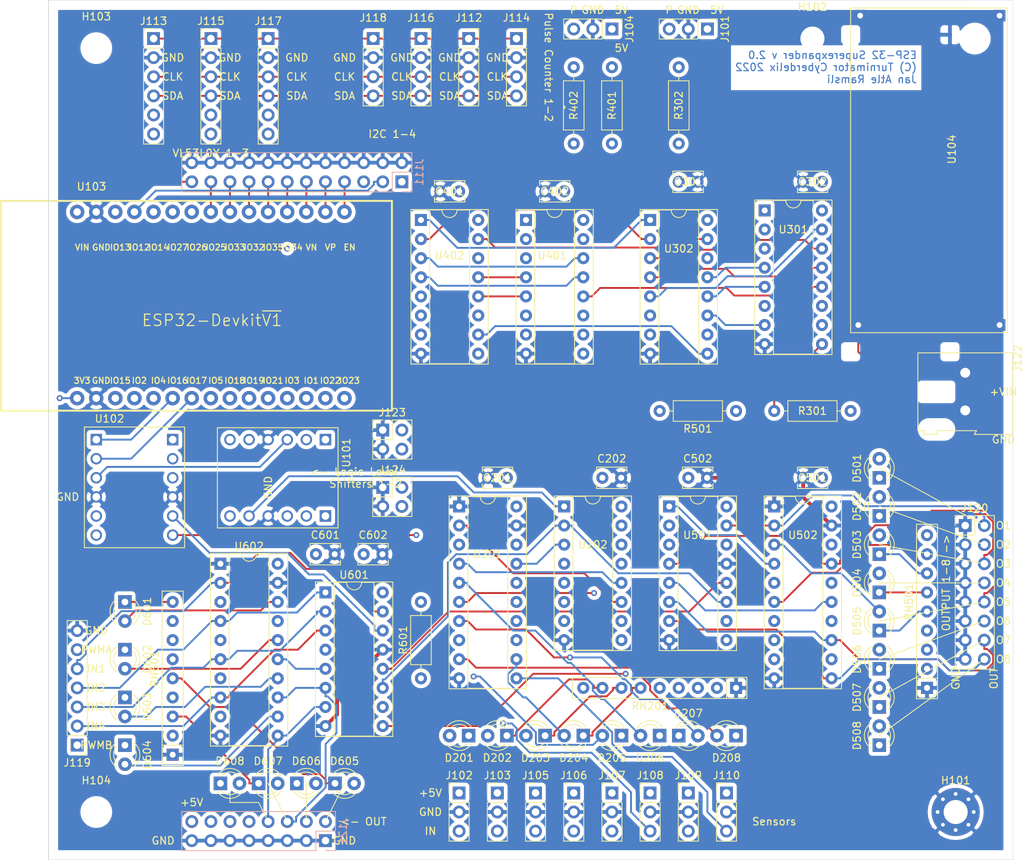
<source format=kicad_pcb>
(kicad_pcb (version 20171130) (host pcbnew 5.1.5+dfsg1-2build2)
  (layers (0 F.Cu signal) (1 In1.Cu signal hide) (2 In2.Cu signal) (31 B.Cu signal hide) (35 F.Paste user) (37 F.SilkS user) (39 F.Mask user) (44 Edge.Cuts user))
  (net 0 "")
  (net 1 GND)
  (net 2 5V)
  (net 3 I2C_SDA)
  (net 4 I2C_SCL)
  (net 5 +3V)
  (net 6 XSHUT1)
  (net 7 XSHUT2)
  (net 8 M_PWMA)
  (net 9 IN1)
  (net 10 IN2)
  (net 11 IN3)
  (net 12 IN4)
  (net 13 M_PWMB)
  (net 14 XSHUT3)
  (net 15 EN)
  (net 16 VP)
  (net 17 VN)
  (net 18 IO34)
  (net 19 IO35)
  (net 20 IO32)
  (net 21 IO33)
  (net 22 IO25)
  (net 23 CNT1_IN)
  (net 24 S2P_LATCH)
  (net 25 3VCNT_RESET)
  (net 26 3VP2S_SHLD)
  (net 27 3VP2S_CE)
  (net 28 3VS2P_LATCH)
  (net 29 P2S_CE)
  (net 30 P2S_SHLD)
  (net 31 CNT_RESET)
  (net 32 CNT2_IN)
  (net 33 "Net-(D201-Pad2)")
  (net 34 "Net-(D201-Pad1)")
  (net 35 "Net-(D202-Pad2)")
  (net 36 "Net-(D202-Pad1)")
  (net 37 "Net-(D203-Pad2)")
  (net 38 "Net-(D203-Pad1)")
  (net 39 "Net-(D204-Pad2)")
  (net 40 "Net-(D204-Pad1)")
  (net 41 "Net-(D205-Pad2)")
  (net 42 "Net-(D205-Pad1)")
  (net 43 "Net-(D206-Pad2)")
  (net 44 "Net-(D206-Pad1)")
  (net 45 "Net-(D207-Pad2)")
  (net 46 "Net-(D207-Pad1)")
  (net 47 "Net-(D208-Pad2)")
  (net 48 "Net-(D208-Pad1)")
  (net 49 "Net-(R301-Pad2)")
  (net 50 "Net-(R302-Pad2)")
  (net 51 "Net-(U301-Pad15)")
  (net 52 "Net-(U301-Pad7)")
  (net 53 "Net-(U301-Pad14)")
  (net 54 "Net-(U301-Pad6)")
  (net 55 "Net-(U301-Pad13)")
  (net 56 "Net-(U301-Pad5)")
  (net 57 "Net-(U301-Pad4)")
  (net 58 "Net-(U301-Pad1)")
  (net 59 /Counter1/CASC_IN)
  (net 60 "Net-(R401-Pad2)")
  (net 61 "Net-(R402-Pad2)")
  (net 62 "Net-(U401-Pad15)")
  (net 63 "Net-(U401-Pad7)")
  (net 64 "Net-(U401-Pad14)")
  (net 65 "Net-(U401-Pad6)")
  (net 66 "Net-(U401-Pad13)")
  (net 67 "Net-(U401-Pad5)")
  (net 68 "Net-(U401-Pad4)")
  (net 69 "Net-(U401-Pad1)")
  (net 70 /Counter2/CASC_IN)
  (net 71 "Net-(D501-Pad2)")
  (net 72 "Net-(D501-Pad1)")
  (net 73 "Net-(D502-Pad2)")
  (net 74 "Net-(D502-Pad1)")
  (net 75 "Net-(D503-Pad2)")
  (net 76 "Net-(D503-Pad1)")
  (net 77 "Net-(D504-Pad2)")
  (net 78 "Net-(D504-Pad1)")
  (net 79 "Net-(D505-Pad2)")
  (net 80 "Net-(D505-Pad1)")
  (net 81 "Net-(D506-Pad2)")
  (net 82 "Net-(D506-Pad1)")
  (net 83 "Net-(D507-Pad2)")
  (net 84 "Net-(D507-Pad1)")
  (net 85 "Net-(D508-Pad2)")
  (net 86 "Net-(D508-Pad1)")
  (net 87 SENSOR0)
  (net 88 SENSOR1)
  (net 89 SENSOR2)
  (net 90 SENSOR3)
  (net 91 SENSOR4)
  (net 92 SENSOR5)
  (net 93 SENSOR6)
  (net 94 SENSOR7)
  (net 95 "Net-(R501-Pad1)")
  (net 96 /Actuator1/OUT0)
  (net 97 /Actuator1/OUT7)
  (net 98 /Actuator1/SER_IN)
  (net 99 /Actuator1/OUT6)
  (net 100 /Actuator1/OUT5)
  (net 101 /Actuator1/OUT4)
  (net 102 /Actuator1/OUT3)
  (net 103 /Actuator1/OUT2)
  (net 104 /Actuator1/OUT1)
  (net 105 "Net-(D601-Pad2)")
  (net 106 "Net-(D601-Pad1)")
  (net 107 "Net-(D602-Pad2)")
  (net 108 "Net-(D602-Pad1)")
  (net 109 "Net-(D603-Pad2)")
  (net 110 "Net-(D603-Pad1)")
  (net 111 "Net-(D604-Pad2)")
  (net 112 "Net-(D604-Pad1)")
  (net 113 "Net-(D605-Pad2)")
  (net 114 "Net-(D605-Pad1)")
  (net 115 "Net-(D606-Pad2)")
  (net 116 "Net-(D606-Pad1)")
  (net 117 "Net-(D607-Pad2)")
  (net 118 "Net-(D607-Pad1)")
  (net 119 "Net-(D608-Pad2)")
  (net 120 "Net-(D608-Pad1)")
  (net 121 "Net-(R601-Pad1)")
  (net 122 "/Motor Control/OUT7")
  (net 123 "/Motor Control/OUT6")
  (net 124 "/Motor Control/OUT5")
  (net 125 "/Motor Control/OUT4")
  (net 126 IO23)
  (net 127 IO12)
  (net 128 TX)
  (net 129 RX)
  (net 130 "Net-(J123-Pad4)")
  (net 131 "Net-(J123-Pad2)")
  (net 132 "Net-(J124-Pad4)")
  (net 133 "Net-(J124-Pad2)")
  (net 134 REG_SDA)
  (net 135 REG_SCL)
  (net 136 3VREG_SDA)
  (net 137 3VREG_SCL)
  (net 138 "Net-(J122-Pad2)")
  (net 139 "Net-(J122-Pad1)")
  (module LM2596Module:LM2596_Module (layer F.Cu) (at 127 39.37 90)
    (fp_text reference U104 (at 5.588 5.842 90) (layer F.SilkS))
    (fp_text value CRE1S0505S3C)
    (pad 2 thru_hole rect (at -17.78 -6.604 90) (size 1.524 1.524) (drill 0.762) (layers *.Cu *.Mask) (net 138 "Net-(J122-Pad2)"))
    (pad 1 thru_hole rect (at -17.78 12.192 90) (size 1.524 1.524) (drill 0.762) (layers *.Cu *.Mask) (net 139 "Net-(J122-Pad1)"))
    (pad 3 thru_hole rect (at 23.368 12.192 90) (size 1.524 1.524) (drill 0.762) (layers *.Cu *.Mask) (net 1 GND))
    (pad 4 thru_hole rect (at 23.368 -6.35 90) (size 1.524 1.524) (drill 0.762) (layers *.Cu *.Mask))
  )
  (module Connector_PinHeader_2.54mm:PinHeader_2x02_P2.54mm_Vertical (layer F.Cu) (at 57.15 78.74)
    (fp_text reference J124 (at 1.27 -2.33) (layer F.SilkS))
    (fp_text value Conn_02x02_Odd_Even)
    (pad 4 thru_hole oval (at 2.54 2.54) (size 1.7 1.7) (drill 1) (layers *.Cu *.Mask) (net 132 "Net-(J124-Pad4)"))
    (pad 3 thru_hole oval (at 0 2.54) (size 1.7 1.7) (drill 1) (layers *.Cu *.Mask) (net 1 GND))
    (pad 2 thru_hole oval (at 2.54 0) (size 1.7 1.7) (drill 1) (layers *.Cu *.Mask) (net 133 "Net-(J124-Pad2)"))
    (pad 1 thru_hole rect (at 0 0) (size 1.7 1.7) (drill 1) (layers *.Cu *.Mask) (net 1 GND))
  )
  (module Connector_PinHeader_2.54mm:PinHeader_2x02_P2.54mm_Vertical (layer F.Cu) (at 57.15 71.12)
    (fp_text reference J123 (at 1.27 -2.33) (layer F.SilkS))
    (fp_text value Conn_02x02_Odd_Even)
    (pad 1 thru_hole rect (at 0 0) (size 1.7 1.7) (drill 1) (layers *.Cu *.Mask) (net 1 GND))
    (pad 2 thru_hole oval (at 2.54 0) (size 1.7 1.7) (drill 1) (layers *.Cu *.Mask) (net 131 "Net-(J123-Pad2)"))
    (pad 3 thru_hole oval (at 0 2.54) (size 1.7 1.7) (drill 1) (layers *.Cu *.Mask) (net 1 GND))
    (pad 4 thru_hole oval (at 2.54 2.54) (size 1.7 1.7) (drill 1) (layers *.Cu *.Mask) (net 130 "Net-(J123-Pad4)"))
  )
  (module Connector_PinHeader_2.54mm:PinHeader_2x12_P2.54mm_Vertical (layer B.Cu) (at 59.69 38.1 90)
    (fp_text reference J111 (at 1.27 2.33 -90) (layer B.SilkS) (effects (justify mirror)))
    (fp_text value Conn_02x12_Odd_Even)
    (pad 24 thru_hole oval (at 2.54 -27.94 90) (size 1.7 1.7) (drill 1) (layers *.Cu *.Mask) (net 1 GND))
    (pad 23 thru_hole oval (at 0 -27.94 90) (size 1.7 1.7) (drill 1) (layers *.Cu *.Mask) (net 129 RX))
    (pad 22 thru_hole oval (at 2.54 -25.4 90) (size 1.7 1.7) (drill 1) (layers *.Cu *.Mask) (net 1 GND))
    (pad 21 thru_hole oval (at 0 -25.4 90) (size 1.7 1.7) (drill 1) (layers *.Cu *.Mask) (net 22 IO25))
    (pad 20 thru_hole oval (at 2.54 -22.86 90) (size 1.7 1.7) (drill 1) (layers *.Cu *.Mask) (net 1 GND))
    (pad 19 thru_hole oval (at 0 -22.86 90) (size 1.7 1.7) (drill 1) (layers *.Cu *.Mask) (net 21 IO33))
    (pad 18 thru_hole oval (at 2.54 -20.32 90) (size 1.7 1.7) (drill 1) (layers *.Cu *.Mask) (net 1 GND))
    (pad 17 thru_hole oval (at 0 -20.32 90) (size 1.7 1.7) (drill 1) (layers *.Cu *.Mask) (net 20 IO32))
    (pad 16 thru_hole oval (at 2.54 -17.78 90) (size 1.7 1.7) (drill 1) (layers *.Cu *.Mask) (net 1 GND))
    (pad 15 thru_hole oval (at 0 -17.78 90) (size 1.7 1.7) (drill 1) (layers *.Cu *.Mask) (net 19 IO35))
    (pad 14 thru_hole oval (at 2.54 -15.24 90) (size 1.7 1.7) (drill 1) (layers *.Cu *.Mask) (net 1 GND))
    (pad 13 thru_hole oval (at 0 -15.24 90) (size 1.7 1.7) (drill 1) (layers *.Cu *.Mask) (net 18 IO34))
    (pad 12 thru_hole oval (at 2.54 -12.7 90) (size 1.7 1.7) (drill 1) (layers *.Cu *.Mask) (net 1 GND))
    (pad 11 thru_hole oval (at 0 -12.7 90) (size 1.7 1.7) (drill 1) (layers *.Cu *.Mask) (net 17 VN))
    (pad 10 thru_hole oval (at 2.54 -10.16 90) (size 1.7 1.7) (drill 1) (layers *.Cu *.Mask) (net 1 GND))
    (pad 9 thru_hole oval (at 0 -10.16 90) (size 1.7 1.7) (drill 1) (layers *.Cu *.Mask) (net 16 VP))
    (pad 8 thru_hole oval (at 2.54 -7.62 90) (size 1.7 1.7) (drill 1) (layers *.Cu *.Mask) (net 1 GND))
    (pad 7 thru_hole oval (at 0 -7.62 90) (size 1.7 1.7) (drill 1) (layers *.Cu *.Mask) (net 15 EN))
    (pad 6 thru_hole oval (at 2.54 -5.08 90) (size 1.7 1.7) (drill 1) (layers *.Cu *.Mask) (net 1 GND))
    (pad 5 thru_hole oval (at 0 -5.08 90) (size 1.7 1.7) (drill 1) (layers *.Cu *.Mask) (net 128 TX))
    (pad 4 thru_hole oval (at 2.54 -2.54 90) (size 1.7 1.7) (drill 1) (layers *.Cu *.Mask) (net 1 GND))
    (pad 3 thru_hole oval (at 0 -2.54 90) (size 1.7 1.7) (drill 1) (layers *.Cu *.Mask) (net 127 IO12))
    (pad 2 thru_hole oval (at 2.54 0 90) (size 1.7 1.7) (drill 1) (layers *.Cu *.Mask) (net 1 GND))
    (pad 1 thru_hole rect (at 0 0 90) (size 1.7 1.7) (drill 1) (layers *.Cu *.Mask) (net 126 IO23))
  )
  (module MountingHole:MountingHole_3.2mm_M3 (layer F.Cu) (at 19.05 121.92)
    (fp_text reference H104 (at 0 -4.2) (layer F.SilkS))
    (fp_text value MountingHole)
    (pad 1 np_thru_hole circle (at 0 0) (size 3.2 3.2) (drill 3.2) (layers *.Cu *.Mask))
  )
  (module MountingHole:MountingHole_3.2mm_M3 (layer F.Cu) (at 19.05 20.32)
    (fp_text reference H103 (at 0 -4.2) (layer F.SilkS))
    (fp_text value MountingHole)
    (pad 1 np_thru_hole circle (at 0 0) (size 3.2 3.2) (drill 3.2) (layers *.Cu *.Mask))
  )
  (module MountingHole:MountingHole_3.2mm_M3 (layer F.Cu) (at 114.3 19.05)
    (fp_text reference H102 (at 0 -4.2) (layer F.SilkS))
    (fp_text value MountingHole)
    (pad 1 np_thru_hole circle (at 0 0) (size 3.2 3.2) (drill 3.2) (layers *.Cu *.Mask))
  )
  (module MountingHole:MountingHole_3.2mm_M3_Pad_Via (layer F.Cu) (at 133.35 121.92)
    (fp_text reference H101 (at 0 -4.2) (layer F.SilkS))
    (fp_text value MountingHole_Pad)
    (pad 1 thru_hole circle (at 1.697056 -1.697056) (size 0.8 0.8) (drill 0.5) (layers *.Cu *.Mask) (net 1 GND))
    (pad 1 thru_hole circle (at 0 -2.4) (size 0.8 0.8) (drill 0.5) (layers *.Cu *.Mask) (net 1 GND))
    (pad 1 thru_hole circle (at -1.697056 -1.697056) (size 0.8 0.8) (drill 0.5) (layers *.Cu *.Mask) (net 1 GND))
    (pad 1 thru_hole circle (at -2.4 0) (size 0.8 0.8) (drill 0.5) (layers *.Cu *.Mask) (net 1 GND))
    (pad 1 thru_hole circle (at -1.697056 1.697056) (size 0.8 0.8) (drill 0.5) (layers *.Cu *.Mask) (net 1 GND))
    (pad 1 thru_hole circle (at 0 2.4) (size 0.8 0.8) (drill 0.5) (layers *.Cu *.Mask) (net 1 GND))
    (pad 1 thru_hole circle (at 1.697056 1.697056) (size 0.8 0.8) (drill 0.5) (layers *.Cu *.Mask) (net 1 GND))
    (pad 1 thru_hole circle (at 2.4 0) (size 0.8 0.8) (drill 0.5) (layers *.Cu *.Mask) (net 1 GND))
    (pad 1 thru_hole circle (at 0 0) (size 6.4 6.4) (drill 3.2) (layers *.Cu *.Mask) (net 1 GND))
  )
  (module Connector_PinHeader_2.54mm:PinHeader_2x08_P2.54mm_Vertical (layer B.Cu) (at 49.53 125.73 90)
    (fp_text reference J121 (at 1.27 2.33 270) (layer B.SilkS) (effects (justify mirror)))
    (fp_text value Conn_02x08_Odd_Even)
    (pad 16 thru_hole oval (at 2.54 -17.78 90) (size 1.7 1.7) (drill 1) (layers *.Cu *.Mask) (net 2 5V))
    (pad 15 thru_hole oval (at 0 -17.78 90) (size 1.7 1.7) (drill 1) (layers *.Cu *.Mask) (net 1 GND))
    (pad 14 thru_hole oval (at 2.54 -15.24 90) (size 1.7 1.7) (drill 1) (layers *.Cu *.Mask) (net 2 5V))
    (pad 13 thru_hole oval (at 0 -15.24 90) (size 1.7 1.7) (drill 1) (layers *.Cu *.Mask) (net 1 GND))
    (pad 12 thru_hole oval (at 2.54 -12.7 90) (size 1.7 1.7) (drill 1) (layers *.Cu *.Mask) (net 2 5V))
    (pad 11 thru_hole oval (at 0 -12.7 90) (size 1.7 1.7) (drill 1) (layers *.Cu *.Mask) (net 1 GND))
    (pad 10 thru_hole oval (at 2.54 -10.16 90) (size 1.7 1.7) (drill 1) (layers *.Cu *.Mask) (net 2 5V))
    (pad 9 thru_hole oval (at 0 -10.16 90) (size 1.7 1.7) (drill 1) (layers *.Cu *.Mask) (net 1 GND))
    (pad 8 thru_hole oval (at 2.54 -7.62 90) (size 1.7 1.7) (drill 1) (layers *.Cu *.Mask) (net 122 "/Motor Control/OUT7"))
    (pad 7 thru_hole oval (at 0 -7.62 90) (size 1.7 1.7) (drill 1) (layers *.Cu *.Mask) (net 1 GND))
    (pad 6 thru_hole oval (at 2.54 -5.08 90) (size 1.7 1.7) (drill 1) (layers *.Cu *.Mask) (net 123 "/Motor Control/OUT6"))
    (pad 5 thru_hole oval (at 0 -5.08 90) (size 1.7 1.7) (drill 1) (layers *.Cu *.Mask) (net 1 GND))
    (pad 4 thru_hole oval (at 2.54 -2.54 90) (size 1.7 1.7) (drill 1) (layers *.Cu *.Mask) (net 124 "/Motor Control/OUT5"))
    (pad 3 thru_hole oval (at 0 -2.54 90) (size 1.7 1.7) (drill 1) (layers *.Cu *.Mask) (net 1 GND))
    (pad 2 thru_hole oval (at 2.54 0 90) (size 1.7 1.7) (drill 1) (layers *.Cu *.Mask) (net 125 "/Motor Control/OUT4"))
    (pad 1 thru_hole rect (at 0 0 90) (size 1.7 1.7) (drill 1) (layers *.Cu *.Mask) (net 1 GND))
  )
  (module Package_DIP:DIP-20_W7.62mm_Socket (layer F.Cu) (at 35.56 88.9)
    (fp_text reference U602 (at 3.81 -2.33) (layer F.SilkS))
    (fp_text value 74HC244)
    (pad 20 thru_hole oval (at 7.62 0) (size 1.6 1.6) (drill 0.8) (layers *.Cu *.Mask) (net 2 5V))
    (pad 10 thru_hole oval (at 0 22.86) (size 1.6 1.6) (drill 0.8) (layers *.Cu *.Mask) (net 1 GND))
    (pad 19 thru_hole oval (at 7.62 2.54) (size 1.6 1.6) (drill 0.8) (layers *.Cu *.Mask) (net 1 GND))
    (pad 9 thru_hole oval (at 0 20.32) (size 1.6 1.6) (drill 0.8) (layers *.Cu *.Mask) (net 119 "Net-(D608-Pad2)"))
    (pad 18 thru_hole oval (at 7.62 5.08) (size 1.6 1.6) (drill 0.8) (layers *.Cu *.Mask) (net 105 "Net-(D601-Pad2)"))
    (pad 8 thru_hole oval (at 0 17.78) (size 1.6 1.6) (drill 0.8) (layers *.Cu *.Mask) (net 12 IN4))
    (pad 17 thru_hole oval (at 7.62 7.62) (size 1.6 1.6) (drill 0.8) (layers *.Cu *.Mask) (net 125 "/Motor Control/OUT4"))
    (pad 7 thru_hole oval (at 0 15.24) (size 1.6 1.6) (drill 0.8) (layers *.Cu *.Mask) (net 117 "Net-(D607-Pad2)"))
    (pad 16 thru_hole oval (at 7.62 10.16) (size 1.6 1.6) (drill 0.8) (layers *.Cu *.Mask) (net 107 "Net-(D602-Pad2)"))
    (pad 6 thru_hole oval (at 0 12.7) (size 1.6 1.6) (drill 0.8) (layers *.Cu *.Mask) (net 11 IN3))
    (pad 15 thru_hole oval (at 7.62 12.7) (size 1.6 1.6) (drill 0.8) (layers *.Cu *.Mask) (net 124 "/Motor Control/OUT5"))
    (pad 5 thru_hole oval (at 0 10.16) (size 1.6 1.6) (drill 0.8) (layers *.Cu *.Mask) (net 115 "Net-(D606-Pad2)"))
    (pad 14 thru_hole oval (at 7.62 15.24) (size 1.6 1.6) (drill 0.8) (layers *.Cu *.Mask) (net 109 "Net-(D603-Pad2)"))
    (pad 4 thru_hole oval (at 0 7.62) (size 1.6 1.6) (drill 0.8) (layers *.Cu *.Mask) (net 10 IN2))
    (pad 13 thru_hole oval (at 7.62 17.78) (size 1.6 1.6) (drill 0.8) (layers *.Cu *.Mask) (net 123 "/Motor Control/OUT6"))
    (pad 3 thru_hole oval (at 0 5.08) (size 1.6 1.6) (drill 0.8) (layers *.Cu *.Mask) (net 113 "Net-(D605-Pad2)"))
    (pad 12 thru_hole oval (at 7.62 20.32) (size 1.6 1.6) (drill 0.8) (layers *.Cu *.Mask) (net 111 "Net-(D604-Pad2)"))
    (pad 2 thru_hole oval (at 0 2.54) (size 1.6 1.6) (drill 0.8) (layers *.Cu *.Mask) (net 9 IN1))
    (pad 11 thru_hole oval (at 7.62 22.86) (size 1.6 1.6) (drill 0.8) (layers *.Cu *.Mask) (net 122 "/Motor Control/OUT7"))
    (pad 1 thru_hole rect (at 0 0) (size 1.6 1.6) (drill 0.8) (layers *.Cu *.Mask) (net 1 GND))
  )
  (module Package_DIP:DIP-16_W7.62mm_Socket (layer F.Cu) (at 49.53 92.71)
    (fp_text reference U601 (at 3.81 -2.33) (layer F.SilkS))
    (fp_text value 74LS595)
    (pad 16 thru_hole oval (at 7.62 0) (size 1.6 1.6) (drill 0.8) (layers *.Cu *.Mask) (net 2 5V))
    (pad 8 thru_hole oval (at 0 17.78) (size 1.6 1.6) (drill 0.8) (layers *.Cu *.Mask) (net 1 GND))
    (pad 15 thru_hole oval (at 7.62 2.54) (size 1.6 1.6) (drill 0.8) (layers *.Cu *.Mask) (net 9 IN1))
    (pad 7 thru_hole oval (at 0 15.24) (size 1.6 1.6) (drill 0.8) (layers *.Cu *.Mask) (net 122 "/Motor Control/OUT7"))
    (pad 14 thru_hole oval (at 7.62 5.08) (size 1.6 1.6) (drill 0.8) (layers *.Cu *.Mask) (net 134 REG_SDA))
    (pad 6 thru_hole oval (at 0 12.7) (size 1.6 1.6) (drill 0.8) (layers *.Cu *.Mask) (net 123 "/Motor Control/OUT6"))
    (pad 13 thru_hole oval (at 7.62 7.62) (size 1.6 1.6) (drill 0.8) (layers *.Cu *.Mask) (net 1 GND))
    (pad 5 thru_hole oval (at 0 10.16) (size 1.6 1.6) (drill 0.8) (layers *.Cu *.Mask) (net 124 "/Motor Control/OUT5"))
    (pad 12 thru_hole oval (at 7.62 10.16) (size 1.6 1.6) (drill 0.8) (layers *.Cu *.Mask) (net 24 S2P_LATCH))
    (pad 4 thru_hole oval (at 0 7.62) (size 1.6 1.6) (drill 0.8) (layers *.Cu *.Mask) (net 125 "/Motor Control/OUT4"))
    (pad 11 thru_hole oval (at 7.62 12.7) (size 1.6 1.6) (drill 0.8) (layers *.Cu *.Mask) (net 135 REG_SCL))
    (pad 3 thru_hole oval (at 0 5.08) (size 1.6 1.6) (drill 0.8) (layers *.Cu *.Mask) (net 12 IN4))
    (pad 10 thru_hole oval (at 7.62 15.24) (size 1.6 1.6) (drill 0.8) (layers *.Cu *.Mask) (net 121 "Net-(R601-Pad1)"))
    (pad 2 thru_hole oval (at 0 2.54) (size 1.6 1.6) (drill 0.8) (layers *.Cu *.Mask) (net 11 IN3))
    (pad 9 thru_hole oval (at 7.62 17.78) (size 1.6 1.6) (drill 0.8) (layers *.Cu *.Mask) (net 98 /Actuator1/SER_IN))
    (pad 1 thru_hole rect (at 0 0) (size 1.6 1.6) (drill 0.8) (layers *.Cu *.Mask) (net 10 IN2))
  )
  (module Resistor_THT:R_Array_SIP9 (layer F.Cu) (at 29.21 114.3 90)
    (fp_text reference RN601 (at 11.43 -2.4 90) (layer F.SilkS))
    (fp_text value "220 R")
    (pad 9 thru_hole oval (at 20.32 0 90) (size 1.6 1.6) (drill 0.8) (layers *.Cu *.Mask) (net 106 "Net-(D601-Pad1)"))
    (pad 8 thru_hole oval (at 17.78 0 90) (size 1.6 1.6) (drill 0.8) (layers *.Cu *.Mask) (net 108 "Net-(D602-Pad1)"))
    (pad 7 thru_hole oval (at 15.24 0 90) (size 1.6 1.6) (drill 0.8) (layers *.Cu *.Mask) (net 110 "Net-(D603-Pad1)"))
    (pad 6 thru_hole oval (at 12.7 0 90) (size 1.6 1.6) (drill 0.8) (layers *.Cu *.Mask) (net 112 "Net-(D604-Pad1)"))
    (pad 5 thru_hole oval (at 10.16 0 90) (size 1.6 1.6) (drill 0.8) (layers *.Cu *.Mask) (net 114 "Net-(D605-Pad1)"))
    (pad 4 thru_hole oval (at 7.62 0 90) (size 1.6 1.6) (drill 0.8) (layers *.Cu *.Mask) (net 116 "Net-(D606-Pad1)"))
    (pad 3 thru_hole oval (at 5.08 0 90) (size 1.6 1.6) (drill 0.8) (layers *.Cu *.Mask) (net 118 "Net-(D607-Pad1)"))
    (pad 2 thru_hole oval (at 2.54 0 90) (size 1.6 1.6) (drill 0.8) (layers *.Cu *.Mask) (net 120 "Net-(D608-Pad1)"))
    (pad 1 thru_hole rect (at 0 0 90) (size 1.6 1.6) (drill 0.8) (layers *.Cu *.Mask) (net 1 GND))
  )
  (module Resistor_THT:R_Axial_DIN0207_L6.3mm_D2.5mm_P10.16mm_Horizontal (layer F.Cu) (at 62.23 104.14 90)
    (fp_text reference R601 (at 5.08 -2.37 90) (layer F.SilkS))
    (fp_text value 10k)
    (pad 2 thru_hole oval (at 10.16 0 90) (size 1.6 1.6) (drill 0.8) (layers *.Cu *.Mask) (net 2 5V))
    (pad 1 thru_hole circle (at 0 0 90) (size 1.6 1.6) (drill 0.8) (layers *.Cu *.Mask) (net 121 "Net-(R601-Pad1)"))
  )
  (module LED_THT:LED_D3.0mm (layer F.Cu) (at 35.56 118.11)
    (fp_text reference D608 (at 1.27 -2.96) (layer F.SilkS))
    (fp_text value LED)
    (pad 2 thru_hole circle (at 2.54 0) (size 1.8 1.8) (drill 0.9) (layers *.Cu *.Mask) (net 119 "Net-(D608-Pad2)"))
    (pad 1 thru_hole rect (at 0 0) (size 1.8 1.8) (drill 0.9) (layers *.Cu *.Mask) (net 120 "Net-(D608-Pad1)"))
  )
  (module LED_THT:LED_D3.0mm (layer F.Cu) (at 40.64 118.11)
    (fp_text reference D607 (at 1.27 -2.96) (layer F.SilkS))
    (fp_text value LED)
    (pad 2 thru_hole circle (at 2.54 0) (size 1.8 1.8) (drill 0.9) (layers *.Cu *.Mask) (net 117 "Net-(D607-Pad2)"))
    (pad 1 thru_hole rect (at 0 0) (size 1.8 1.8) (drill 0.9) (layers *.Cu *.Mask) (net 118 "Net-(D607-Pad1)"))
  )
  (module LED_THT:LED_D3.0mm (layer F.Cu) (at 45.72 118.11)
    (fp_text reference D606 (at 1.27 -2.96) (layer F.SilkS))
    (fp_text value LED)
    (pad 2 thru_hole circle (at 2.54 0) (size 1.8 1.8) (drill 0.9) (layers *.Cu *.Mask) (net 115 "Net-(D606-Pad2)"))
    (pad 1 thru_hole rect (at 0 0) (size 1.8 1.8) (drill 0.9) (layers *.Cu *.Mask) (net 116 "Net-(D606-Pad1)"))
  )
  (module LED_THT:LED_D3.0mm (layer F.Cu) (at 50.8 118.11)
    (fp_text reference D605 (at 1.27 -2.96) (layer F.SilkS))
    (fp_text value LED)
    (pad 2 thru_hole circle (at 2.54 0) (size 1.8 1.8) (drill 0.9) (layers *.Cu *.Mask) (net 113 "Net-(D605-Pad2)"))
    (pad 1 thru_hole rect (at 0 0) (size 1.8 1.8) (drill 0.9) (layers *.Cu *.Mask) (net 114 "Net-(D605-Pad1)"))
  )
  (module LED_THT:LED_D3.0mm (layer F.Cu) (at 22.86 113.03 270)
    (fp_text reference D604 (at 1.27 -2.96 90) (layer F.SilkS))
    (fp_text value LED)
    (pad 2 thru_hole circle (at 2.54 0 270) (size 1.8 1.8) (drill 0.9) (layers *.Cu *.Mask) (net 111 "Net-(D604-Pad2)"))
    (pad 1 thru_hole rect (at 0 0 270) (size 1.8 1.8) (drill 0.9) (layers *.Cu *.Mask) (net 112 "Net-(D604-Pad1)"))
  )
  (module LED_THT:LED_D3.0mm (layer F.Cu) (at 22.86 106.68 270)
    (fp_text reference D603 (at 1.27 -2.96 90) (layer F.SilkS))
    (fp_text value LED)
    (pad 2 thru_hole circle (at 2.54 0 270) (size 1.8 1.8) (drill 0.9) (layers *.Cu *.Mask) (net 109 "Net-(D603-Pad2)"))
    (pad 1 thru_hole rect (at 0 0 270) (size 1.8 1.8) (drill 0.9) (layers *.Cu *.Mask) (net 110 "Net-(D603-Pad1)"))
  )
  (module LED_THT:LED_D3.0mm (layer F.Cu) (at 22.86 100.33 270)
    (fp_text reference D602 (at 1.27 -2.96 90) (layer F.SilkS))
    (fp_text value LED)
    (pad 2 thru_hole circle (at 2.54 0 270) (size 1.8 1.8) (drill 0.9) (layers *.Cu *.Mask) (net 107 "Net-(D602-Pad2)"))
    (pad 1 thru_hole rect (at 0 0 270) (size 1.8 1.8) (drill 0.9) (layers *.Cu *.Mask) (net 108 "Net-(D602-Pad1)"))
  )
  (module LED_THT:LED_D3.0mm (layer F.Cu) (at 22.86 93.98 270)
    (fp_text reference D601 (at 1.27 -2.96 90) (layer F.SilkS))
    (fp_text value LED)
    (pad 2 thru_hole circle (at 2.54 0 270) (size 1.8 1.8) (drill 0.9) (layers *.Cu *.Mask) (net 105 "Net-(D601-Pad2)"))
    (pad 1 thru_hole rect (at 0 0 270) (size 1.8 1.8) (drill 0.9) (layers *.Cu *.Mask) (net 106 "Net-(D601-Pad1)"))
  )
  (module Capacitor_THT:C_Disc_D3.8mm_W2.6mm_P2.50mm (layer F.Cu) (at 54.61 87.63)
    (fp_text reference C602 (at 1.25 -2.55) (layer F.SilkS))
    (fp_text value 0.10uF)
    (pad 2 thru_hole circle (at 2.5 0) (size 1.6 1.6) (drill 0.8) (layers *.Cu *.Mask) (net 1 GND))
    (pad 1 thru_hole circle (at 0 0) (size 1.6 1.6) (drill 0.8) (layers *.Cu *.Mask) (net 2 5V))
  )
  (module Capacitor_THT:C_Disc_D3.8mm_W2.6mm_P2.50mm (layer F.Cu) (at 48.26 87.63)
    (fp_text reference C601 (at 1.25 -2.55) (layer F.SilkS))
    (fp_text value 0.10uF)
    (pad 2 thru_hole circle (at 2.5 0) (size 1.6 1.6) (drill 0.8) (layers *.Cu *.Mask) (net 1 GND))
    (pad 1 thru_hole circle (at 0 0) (size 1.6 1.6) (drill 0.8) (layers *.Cu *.Mask) (net 2 5V))
  )
  (module Package_DIP:DIP-20_W7.62mm_Socket (layer F.Cu) (at 109.22 81.28)
    (fp_text reference U502 (at 3.81 3.81) (layer F.SilkS))
    (fp_text value 74HC244)
    (pad 20 thru_hole oval (at 7.62 0) (size 1.6 1.6) (drill 0.8) (layers *.Cu *.Mask) (net 2 5V))
    (pad 10 thru_hole oval (at 0 22.86) (size 1.6 1.6) (drill 0.8) (layers *.Cu *.Mask) (net 1 GND))
    (pad 19 thru_hole oval (at 7.62 2.54) (size 1.6 1.6) (drill 0.8) (layers *.Cu *.Mask) (net 1 GND))
    (pad 9 thru_hole oval (at 0 20.32) (size 1.6 1.6) (drill 0.8) (layers *.Cu *.Mask) (net 85 "Net-(D508-Pad2)"))
    (pad 18 thru_hole oval (at 7.62 5.08) (size 1.6 1.6) (drill 0.8) (layers *.Cu *.Mask) (net 71 "Net-(D501-Pad2)"))
    (pad 8 thru_hole oval (at 0 17.78) (size 1.6 1.6) (drill 0.8) (layers *.Cu *.Mask) (net 102 /Actuator1/OUT3))
    (pad 17 thru_hole oval (at 7.62 7.62) (size 1.6 1.6) (drill 0.8) (layers *.Cu *.Mask) (net 101 /Actuator1/OUT4))
    (pad 7 thru_hole oval (at 0 15.24) (size 1.6 1.6) (drill 0.8) (layers *.Cu *.Mask) (net 83 "Net-(D507-Pad2)"))
    (pad 16 thru_hole oval (at 7.62 10.16) (size 1.6 1.6) (drill 0.8) (layers *.Cu *.Mask) (net 73 "Net-(D502-Pad2)"))
    (pad 6 thru_hole oval (at 0 12.7) (size 1.6 1.6) (drill 0.8) (layers *.Cu *.Mask) (net 103 /Actuator1/OUT2))
    (pad 15 thru_hole oval (at 7.62 12.7) (size 1.6 1.6) (drill 0.8) (layers *.Cu *.Mask) (net 100 /Actuator1/OUT5))
    (pad 5 thru_hole oval (at 0 10.16) (size 1.6 1.6) (drill 0.8) (layers *.Cu *.Mask) (net 81 "Net-(D506-Pad2)"))
    (pad 14 thru_hole oval (at 7.62 15.24) (size 1.6 1.6) (drill 0.8) (layers *.Cu *.Mask) (net 75 "Net-(D503-Pad2)"))
    (pad 4 thru_hole oval (at 0 7.62) (size 1.6 1.6) (drill 0.8) (layers *.Cu *.Mask) (net 104 /Actuator1/OUT1))
    (pad 13 thru_hole oval (at 7.62 17.78) (size 1.6 1.6) (drill 0.8) (layers *.Cu *.Mask) (net 99 /Actuator1/OUT6))
    (pad 3 thru_hole oval (at 0 5.08) (size 1.6 1.6) (drill 0.8) (layers *.Cu *.Mask) (net 79 "Net-(D505-Pad2)"))
    (pad 12 thru_hole oval (at 7.62 20.32) (size 1.6 1.6) (drill 0.8) (layers *.Cu *.Mask) (net 77 "Net-(D504-Pad2)"))
    (pad 2 thru_hole oval (at 0 2.54) (size 1.6 1.6) (drill 0.8) (layers *.Cu *.Mask) (net 96 /Actuator1/OUT0))
    (pad 11 thru_hole oval (at 7.62 22.86) (size 1.6 1.6) (drill 0.8) (layers *.Cu *.Mask) (net 97 /Actuator1/OUT7))
    (pad 1 thru_hole rect (at 0 0) (size 1.6 1.6) (drill 0.8) (layers *.Cu *.Mask) (net 1 GND))
  )
  (module Package_DIP:DIP-16_W7.62mm_Socket (layer F.Cu) (at 95.25 81.28)
    (fp_text reference U501 (at 3.81 3.81) (layer F.SilkS))
    (fp_text value 74LS595)
    (pad 16 thru_hole oval (at 7.62 0) (size 1.6 1.6) (drill 0.8) (layers *.Cu *.Mask) (net 2 5V))
    (pad 8 thru_hole oval (at 0 17.78) (size 1.6 1.6) (drill 0.8) (layers *.Cu *.Mask) (net 1 GND))
    (pad 15 thru_hole oval (at 7.62 2.54) (size 1.6 1.6) (drill 0.8) (layers *.Cu *.Mask) (net 96 /Actuator1/OUT0))
    (pad 7 thru_hole oval (at 0 15.24) (size 1.6 1.6) (drill 0.8) (layers *.Cu *.Mask) (net 97 /Actuator1/OUT7))
    (pad 14 thru_hole oval (at 7.62 5.08) (size 1.6 1.6) (drill 0.8) (layers *.Cu *.Mask) (net 98 /Actuator1/SER_IN))
    (pad 6 thru_hole oval (at 0 12.7) (size 1.6 1.6) (drill 0.8) (layers *.Cu *.Mask) (net 99 /Actuator1/OUT6))
    (pad 13 thru_hole oval (at 7.62 7.62) (size 1.6 1.6) (drill 0.8) (layers *.Cu *.Mask) (net 1 GND))
    (pad 5 thru_hole oval (at 0 10.16) (size 1.6 1.6) (drill 0.8) (layers *.Cu *.Mask) (net 100 /Actuator1/OUT5))
    (pad 12 thru_hole oval (at 7.62 10.16) (size 1.6 1.6) (drill 0.8) (layers *.Cu *.Mask) (net 24 S2P_LATCH))
    (pad 4 thru_hole oval (at 0 7.62) (size 1.6 1.6) (drill 0.8) (layers *.Cu *.Mask) (net 101 /Actuator1/OUT4))
    (pad 11 thru_hole oval (at 7.62 12.7) (size 1.6 1.6) (drill 0.8) (layers *.Cu *.Mask) (net 135 REG_SCL))
    (pad 3 thru_hole oval (at 0 5.08) (size 1.6 1.6) (drill 0.8) (layers *.Cu *.Mask) (net 102 /Actuator1/OUT3))
    (pad 10 thru_hole oval (at 7.62 15.24) (size 1.6 1.6) (drill 0.8) (layers *.Cu *.Mask) (net 95 "Net-(R501-Pad1)"))
    (pad 2 thru_hole oval (at 0 2.54) (size 1.6 1.6) (drill 0.8) (layers *.Cu *.Mask) (net 103 /Actuator1/OUT2))
    (pad 9 thru_hole oval (at 7.62 17.78) (size 1.6 1.6) (drill 0.8) (layers *.Cu *.Mask))
    (pad 1 thru_hole rect (at 0 0) (size 1.6 1.6) (drill 0.8) (layers *.Cu *.Mask) (net 104 /Actuator1/OUT1))
  )
  (module Resistor_THT:R_Array_SIP9 (layer F.Cu) (at 129.54 105.41 90)
    (fp_text reference RN501 (at 11.43 -2.4 90) (layer F.SilkS))
    (fp_text value "220 R")
    (pad 9 thru_hole oval (at 20.32 0 90) (size 1.6 1.6) (drill 0.8) (layers *.Cu *.Mask) (net 72 "Net-(D501-Pad1)"))
    (pad 8 thru_hole oval (at 17.78 0 90) (size 1.6 1.6) (drill 0.8) (layers *.Cu *.Mask) (net 74 "Net-(D502-Pad1)"))
    (pad 7 thru_hole oval (at 15.24 0 90) (size 1.6 1.6) (drill 0.8) (layers *.Cu *.Mask) (net 76 "Net-(D503-Pad1)"))
    (pad 6 thru_hole oval (at 12.7 0 90) (size 1.6 1.6) (drill 0.8) (layers *.Cu *.Mask) (net 78 "Net-(D504-Pad1)"))
    (pad 5 thru_hole oval (at 10.16 0 90) (size 1.6 1.6) (drill 0.8) (layers *.Cu *.Mask) (net 80 "Net-(D505-Pad1)"))
    (pad 4 thru_hole oval (at 7.62 0 90) (size 1.6 1.6) (drill 0.8) (layers *.Cu *.Mask) (net 82 "Net-(D506-Pad1)"))
    (pad 3 thru_hole oval (at 5.08 0 90) (size 1.6 1.6) (drill 0.8) (layers *.Cu *.Mask) (net 84 "Net-(D507-Pad1)"))
    (pad 2 thru_hole oval (at 2.54 0 90) (size 1.6 1.6) (drill 0.8) (layers *.Cu *.Mask) (net 86 "Net-(D508-Pad1)"))
    (pad 1 thru_hole rect (at 0 0 90) (size 1.6 1.6) (drill 0.8) (layers *.Cu *.Mask) (net 1 GND))
  )
  (module Resistor_THT:R_Axial_DIN0207_L6.3mm_D2.5mm_P10.16mm_Horizontal (layer F.Cu) (at 104.14 68.58 180)
    (fp_text reference R501 (at 5.08 -2.37) (layer F.SilkS))
    (fp_text value 10k)
    (pad 2 thru_hole oval (at 10.16 0 180) (size 1.6 1.6) (drill 0.8) (layers *.Cu *.Mask) (net 2 5V))
    (pad 1 thru_hole circle (at 0 0 180) (size 1.6 1.6) (drill 0.8) (layers *.Cu *.Mask) (net 95 "Net-(R501-Pad1)"))
  )
  (module Connector_PinHeader_2.54mm:PinHeader_1x03_P2.54mm_Vertical (layer F.Cu) (at 102.87 119.38)
    (fp_text reference J110 (at 0 -2.33) (layer F.SilkS))
    (fp_text value S1_in)
    (pad 3 thru_hole oval (at 0 5.08) (size 1.7 1.7) (drill 1) (layers *.Cu *.Mask) (net 94 SENSOR7))
    (pad 2 thru_hole oval (at 0 2.54) (size 1.7 1.7) (drill 1) (layers *.Cu *.Mask) (net 1 GND))
    (pad 1 thru_hole rect (at 0 0) (size 1.7 1.7) (drill 1) (layers *.Cu *.Mask) (net 2 5V))
  )
  (module Connector_PinHeader_2.54mm:PinHeader_1x03_P2.54mm_Vertical (layer F.Cu) (at 97.79 119.38)
    (fp_text reference J109 (at 0 -2.33) (layer F.SilkS))
    (fp_text value S1_in)
    (pad 3 thru_hole oval (at 0 5.08) (size 1.7 1.7) (drill 1) (layers *.Cu *.Mask) (net 93 SENSOR6))
    (pad 2 thru_hole oval (at 0 2.54) (size 1.7 1.7) (drill 1) (layers *.Cu *.Mask) (net 1 GND))
    (pad 1 thru_hole rect (at 0 0) (size 1.7 1.7) (drill 1) (layers *.Cu *.Mask) (net 2 5V))
  )
  (module Connector_PinHeader_2.54mm:PinHeader_1x03_P2.54mm_Vertical (layer F.Cu) (at 92.71 119.38)
    (fp_text reference J108 (at 0 -2.33) (layer F.SilkS))
    (fp_text value S1_in)
    (pad 3 thru_hole oval (at 0 5.08) (size 1.7 1.7) (drill 1) (layers *.Cu *.Mask) (net 92 SENSOR5))
    (pad 2 thru_hole oval (at 0 2.54) (size 1.7 1.7) (drill 1) (layers *.Cu *.Mask) (net 1 GND))
    (pad 1 thru_hole rect (at 0 0) (size 1.7 1.7) (drill 1) (layers *.Cu *.Mask) (net 2 5V))
  )
  (module Connector_PinHeader_2.54mm:PinHeader_1x03_P2.54mm_Vertical (layer F.Cu) (at 87.63 119.38)
    (fp_text reference J107 (at 0 -2.33) (layer F.SilkS))
    (fp_text value S1_in)
    (pad 3 thru_hole oval (at 0 5.08) (size 1.7 1.7) (drill 1) (layers *.Cu *.Mask) (net 91 SENSOR4))
    (pad 2 thru_hole oval (at 0 2.54) (size 1.7 1.7) (drill 1) (layers *.Cu *.Mask) (net 1 GND))
    (pad 1 thru_hole rect (at 0 0) (size 1.7 1.7) (drill 1) (layers *.Cu *.Mask) (net 2 5V))
  )
  (module Connector_PinHeader_2.54mm:PinHeader_1x03_P2.54mm_Vertical (layer F.Cu) (at 82.55 119.38)
    (fp_text reference J106 (at 0 -2.33) (layer F.SilkS))
    (fp_text value S1_in)
    (pad 3 thru_hole oval (at 0 5.08) (size 1.7 1.7) (drill 1) (layers *.Cu *.Mask) (net 90 SENSOR3))
    (pad 2 thru_hole oval (at 0 2.54) (size 1.7 1.7) (drill 1) (layers *.Cu *.Mask) (net 1 GND))
    (pad 1 thru_hole rect (at 0 0) (size 1.7 1.7) (drill 1) (layers *.Cu *.Mask) (net 2 5V))
  )
  (module Connector_PinHeader_2.54mm:PinHeader_1x03_P2.54mm_Vertical (layer F.Cu) (at 77.47 119.38)
    (fp_text reference J105 (at 0 -2.33) (layer F.SilkS))
    (fp_text value S1_in)
    (pad 3 thru_hole oval (at 0 5.08) (size 1.7 1.7) (drill 1) (layers *.Cu *.Mask) (net 89 SENSOR2))
    (pad 2 thru_hole oval (at 0 2.54) (size 1.7 1.7) (drill 1) (layers *.Cu *.Mask) (net 1 GND))
    (pad 1 thru_hole rect (at 0 0) (size 1.7 1.7) (drill 1) (layers *.Cu *.Mask) (net 2 5V))
  )
  (module Connector_PinHeader_2.54mm:PinHeader_1x03_P2.54mm_Vertical (layer F.Cu) (at 72.39 119.38)
    (fp_text reference J103 (at 0 -2.33) (layer F.SilkS))
    (fp_text value S1_in)
    (pad 3 thru_hole oval (at 0 5.08) (size 1.7 1.7) (drill 1) (layers *.Cu *.Mask) (net 88 SENSOR1))
    (pad 2 thru_hole oval (at 0 2.54) (size 1.7 1.7) (drill 1) (layers *.Cu *.Mask) (net 1 GND))
    (pad 1 thru_hole rect (at 0 0) (size 1.7 1.7) (drill 1) (layers *.Cu *.Mask) (net 2 5V))
  )
  (module LED_THT:LED_D3.0mm (layer F.Cu) (at 123.19 113.03 90)
    (fp_text reference D508 (at 1.27 -2.96 90) (layer F.SilkS))
    (fp_text value LED)
    (pad 2 thru_hole circle (at 2.54 0 90) (size 1.8 1.8) (drill 0.9) (layers *.Cu *.Mask) (net 85 "Net-(D508-Pad2)"))
    (pad 1 thru_hole rect (at 0 0 90) (size 1.8 1.8) (drill 0.9) (layers *.Cu *.Mask) (net 86 "Net-(D508-Pad1)"))
  )
  (module LED_THT:LED_D3.0mm (layer F.Cu) (at 123.19 107.95 90)
    (fp_text reference D507 (at 1.27 -2.96 90) (layer F.SilkS))
    (fp_text value LED)
    (pad 2 thru_hole circle (at 2.54 0 90) (size 1.8 1.8) (drill 0.9) (layers *.Cu *.Mask) (net 83 "Net-(D507-Pad2)"))
    (pad 1 thru_hole rect (at 0 0 90) (size 1.8 1.8) (drill 0.9) (layers *.Cu *.Mask) (net 84 "Net-(D507-Pad1)"))
  )
  (module LED_THT:LED_D3.0mm (layer F.Cu) (at 123.19 102.87 90)
    (fp_text reference D506 (at 1.27 -2.96 90) (layer F.SilkS))
    (fp_text value LED)
    (pad 2 thru_hole circle (at 2.54 0 90) (size 1.8 1.8) (drill 0.9) (layers *.Cu *.Mask) (net 81 "Net-(D506-Pad2)"))
    (pad 1 thru_hole rect (at 0 0 90) (size 1.8 1.8) (drill 0.9) (layers *.Cu *.Mask) (net 82 "Net-(D506-Pad1)"))
  )
  (module LED_THT:LED_D3.0mm (layer F.Cu) (at 123.19 97.79 90)
    (fp_text reference D505 (at 1.27 -2.96 90) (layer F.SilkS))
    (fp_text value LED)
    (pad 2 thru_hole circle (at 2.54 0 90) (size 1.8 1.8) (drill 0.9) (layers *.Cu *.Mask) (net 79 "Net-(D505-Pad2)"))
    (pad 1 thru_hole rect (at 0 0 90) (size 1.8 1.8) (drill 0.9) (layers *.Cu *.Mask) (net 80 "Net-(D505-Pad1)"))
  )
  (module LED_THT:LED_D3.0mm (layer F.Cu) (at 123.19 92.71 90)
    (fp_text reference D504 (at 1.27 -2.96 90) (layer F.SilkS))
    (fp_text value LED)
    (pad 2 thru_hole circle (at 2.54 0 90) (size 1.8 1.8) (drill 0.9) (layers *.Cu *.Mask) (net 77 "Net-(D504-Pad2)"))
    (pad 1 thru_hole rect (at 0 0 90) (size 1.8 1.8) (drill 0.9) (layers *.Cu *.Mask) (net 78 "Net-(D504-Pad1)"))
  )
  (module LED_THT:LED_D3.0mm (layer F.Cu) (at 123.19 87.63 90)
    (fp_text reference D503 (at 1.27 -2.96 90) (layer F.SilkS))
    (fp_text value LED)
    (pad 2 thru_hole circle (at 2.54 0 90) (size 1.8 1.8) (drill 0.9) (layers *.Cu *.Mask) (net 75 "Net-(D503-Pad2)"))
    (pad 1 thru_hole rect (at 0 0 90) (size 1.8 1.8) (drill 0.9) (layers *.Cu *.Mask) (net 76 "Net-(D503-Pad1)"))
  )
  (module LED_THT:LED_D3.0mm (layer F.Cu) (at 123.19 82.55 90)
    (fp_text reference D502 (at 1.27 -2.96 90) (layer F.SilkS))
    (fp_text value LED)
    (pad 2 thru_hole circle (at 2.54 0 90) (size 1.8 1.8) (drill 0.9) (layers *.Cu *.Mask) (net 73 "Net-(D502-Pad2)"))
    (pad 1 thru_hole rect (at 0 0 90) (size 1.8 1.8) (drill 0.9) (layers *.Cu *.Mask) (net 74 "Net-(D502-Pad1)"))
  )
  (module LED_THT:LED_D3.0mm (layer F.Cu) (at 123.19 77.47 90)
    (fp_text reference D501 (at 1.27 -2.96 90) (layer F.SilkS))
    (fp_text value LED)
    (pad 2 thru_hole circle (at 2.54 0 90) (size 1.8 1.8) (drill 0.9) (layers *.Cu *.Mask) (net 71 "Net-(D501-Pad2)"))
    (pad 1 thru_hole rect (at 0 0 90) (size 1.8 1.8) (drill 0.9) (layers *.Cu *.Mask) (net 72 "Net-(D501-Pad1)"))
  )
  (module Capacitor_THT:C_Disc_D3.8mm_W2.6mm_P2.50mm (layer F.Cu) (at 97.79 77.47)
    (fp_text reference C502 (at 1.25 -2.55) (layer F.SilkS))
    (fp_text value 0.10uF)
    (pad 2 thru_hole circle (at 2.5 0) (size 1.6 1.6) (drill 0.8) (layers *.Cu *.Mask) (net 1 GND))
    (pad 1 thru_hole circle (at 0 0) (size 1.6 1.6) (drill 0.8) (layers *.Cu *.Mask) (net 2 5V))
  )
  (module Capacitor_THT:C_Disc_D3.8mm_W2.6mm_P2.50mm (layer F.Cu) (at 115.57 77.47 180)
    (fp_text reference C501 (at 1.27 0) (layer F.SilkS))
    (fp_text value 0.10uF)
    (pad 2 thru_hole circle (at 2.5 0 180) (size 1.6 1.6) (drill 0.8) (layers *.Cu *.Mask) (net 1 GND))
    (pad 1 thru_hole circle (at 0 0 180) (size 1.6 1.6) (drill 0.8) (layers *.Cu *.Mask) (net 2 5V))
  )
  (module Capacitor_THT:C_Disc_D3.8mm_W2.6mm_P2.50mm (layer F.Cu) (at 81.28 39.37 180)
    (fp_text reference C402 (at 1.27 0) (layer F.SilkS))
    (fp_text value 0.10uF)
    (pad 2 thru_hole circle (at 2.5 0 180) (size 1.6 1.6) (drill 0.8) (layers *.Cu *.Mask) (net 1 GND))
    (pad 1 thru_hole circle (at 0 0 180) (size 1.6 1.6) (drill 0.8) (layers *.Cu *.Mask) (net 2 5V))
  )
  (module Capacitor_THT:C_Disc_D3.8mm_W2.6mm_P2.50mm (layer F.Cu) (at 67.31 39.37 180)
    (fp_text reference C401 (at 1.27 0) (layer F.SilkS))
    (fp_text value 0.10uF)
    (pad 2 thru_hole circle (at 2.5 0 180) (size 1.6 1.6) (drill 0.8) (layers *.Cu *.Mask) (net 1 GND))
    (pad 1 thru_hole circle (at 0 0 180) (size 1.6 1.6) (drill 0.8) (layers *.Cu *.Mask) (net 2 5V))
  )
  (module Capacitor_THT:C_Disc_D3.8mm_W2.6mm_P2.50mm (layer F.Cu) (at 115.57 38.1 180)
    (fp_text reference C302 (at 1.27 0) (layer F.SilkS))
    (fp_text value 0.10uF)
    (pad 2 thru_hole circle (at 2.5 0 180) (size 1.6 1.6) (drill 0.8) (layers *.Cu *.Mask) (net 1 GND))
    (pad 1 thru_hole circle (at 0 0 180) (size 1.6 1.6) (drill 0.8) (layers *.Cu *.Mask) (net 2 5V))
  )
  (module Capacitor_THT:C_Disc_D3.8mm_W2.6mm_P2.50mm (layer F.Cu) (at 96.52 38.1)
    (fp_text reference C301 (at 1.27 0) (layer F.SilkS))
    (fp_text value 0.10uF)
    (pad 2 thru_hole circle (at 2.5 0) (size 1.6 1.6) (drill 0.8) (layers *.Cu *.Mask) (net 1 GND))
    (pad 1 thru_hole circle (at 0 0) (size 1.6 1.6) (drill 0.8) (layers *.Cu *.Mask) (net 2 5V))
  )
  (module Package_DIP:DIP-16_W7.62mm_Socket (layer F.Cu) (at 62.23 43.18)
    (fp_text reference U402 (at 3.81 4.725) (layer F.SilkS))
    (fp_text value 74LS165)
    (pad 16 thru_hole oval (at 7.62 0) (size 1.6 1.6) (drill 0.8) (layers *.Cu *.Mask) (net 2 5V))
    (pad 8 thru_hole oval (at 0 17.78) (size 1.6 1.6) (drill 0.8) (layers *.Cu *.Mask) (net 1 GND))
    (pad 15 thru_hole oval (at 7.62 2.54) (size 1.6 1.6) (drill 0.8) (layers *.Cu *.Mask) (net 29 P2S_CE))
    (pad 7 thru_hole oval (at 0 15.24) (size 1.6 1.6) (drill 0.8) (layers *.Cu *.Mask) (net 134 REG_SDA))
    (pad 14 thru_hole oval (at 7.62 5.08) (size 1.6 1.6) (drill 0.8) (layers *.Cu *.Mask) (net 65 "Net-(U401-Pad6)"))
    (pad 6 thru_hole oval (at 0 12.7) (size 1.6 1.6) (drill 0.8) (layers *.Cu *.Mask) (net 69 "Net-(U401-Pad1)"))
    (pad 13 thru_hole oval (at 7.62 7.62) (size 1.6 1.6) (drill 0.8) (layers *.Cu *.Mask) (net 68 "Net-(U401-Pad4)"))
    (pad 5 thru_hole oval (at 0 10.16) (size 1.6 1.6) (drill 0.8) (layers *.Cu *.Mask) (net 62 "Net-(U401-Pad15)"))
    (pad 12 thru_hole oval (at 7.62 10.16) (size 1.6 1.6) (drill 0.8) (layers *.Cu *.Mask) (net 67 "Net-(U401-Pad5)"))
    (pad 4 thru_hole oval (at 0 7.62) (size 1.6 1.6) (drill 0.8) (layers *.Cu *.Mask) (net 66 "Net-(U401-Pad13)"))
    (pad 11 thru_hole oval (at 7.62 12.7) (size 1.6 1.6) (drill 0.8) (layers *.Cu *.Mask) (net 63 "Net-(U401-Pad7)"))
    (pad 3 thru_hole oval (at 0 5.08) (size 1.6 1.6) (drill 0.8) (layers *.Cu *.Mask) (net 64 "Net-(U401-Pad14)"))
    (pad 10 thru_hole oval (at 7.62 15.24) (size 1.6 1.6) (drill 0.8) (layers *.Cu *.Mask) (net 70 /Counter2/CASC_IN))
    (pad 2 thru_hole oval (at 0 2.54) (size 1.6 1.6) (drill 0.8) (layers *.Cu *.Mask) (net 135 REG_SCL))
    (pad 9 thru_hole oval (at 7.62 17.78) (size 1.6 1.6) (drill 0.8) (layers *.Cu *.Mask))
    (pad 1 thru_hole rect (at 0 0) (size 1.6 1.6) (drill 0.8) (layers *.Cu *.Mask) (net 30 P2S_SHLD))
  )
  (module Package_DIP:DIP-16_W7.62mm_Socket (layer F.Cu) (at 76.2 43.18)
    (fp_text reference U401 (at 3.505 4.725) (layer F.SilkS))
    (fp_text value CD4060BE)
    (pad 16 thru_hole oval (at 7.62 0) (size 1.6 1.6) (drill 0.8) (layers *.Cu *.Mask) (net 2 5V))
    (pad 8 thru_hole oval (at 0 17.78) (size 1.6 1.6) (drill 0.8) (layers *.Cu *.Mask) (net 1 GND))
    (pad 15 thru_hole oval (at 7.62 2.54) (size 1.6 1.6) (drill 0.8) (layers *.Cu *.Mask) (net 62 "Net-(U401-Pad15)"))
    (pad 7 thru_hole oval (at 0 15.24) (size 1.6 1.6) (drill 0.8) (layers *.Cu *.Mask) (net 63 "Net-(U401-Pad7)"))
    (pad 14 thru_hole oval (at 7.62 5.08) (size 1.6 1.6) (drill 0.8) (layers *.Cu *.Mask) (net 64 "Net-(U401-Pad14)"))
    (pad 6 thru_hole oval (at 0 12.7) (size 1.6 1.6) (drill 0.8) (layers *.Cu *.Mask) (net 65 "Net-(U401-Pad6)"))
    (pad 13 thru_hole oval (at 7.62 7.62) (size 1.6 1.6) (drill 0.8) (layers *.Cu *.Mask) (net 66 "Net-(U401-Pad13)"))
    (pad 5 thru_hole oval (at 0 10.16) (size 1.6 1.6) (drill 0.8) (layers *.Cu *.Mask) (net 67 "Net-(U401-Pad5)"))
    (pad 12 thru_hole oval (at 7.62 10.16) (size 1.6 1.6) (drill 0.8) (layers *.Cu *.Mask) (net 31 CNT_RESET))
    (pad 4 thru_hole oval (at 0 7.62) (size 1.6 1.6) (drill 0.8) (layers *.Cu *.Mask) (net 68 "Net-(U401-Pad4)"))
    (pad 11 thru_hole oval (at 7.62 12.7) (size 1.6 1.6) (drill 0.8) (layers *.Cu *.Mask) (net 61 "Net-(R402-Pad2)"))
    (pad 3 thru_hole oval (at 0 5.08) (size 1.6 1.6) (drill 0.8) (layers *.Cu *.Mask))
    (pad 10 thru_hole oval (at 7.62 15.24) (size 1.6 1.6) (drill 0.8) (layers *.Cu *.Mask))
    (pad 2 thru_hole oval (at 0 2.54) (size 1.6 1.6) (drill 0.8) (layers *.Cu *.Mask))
    (pad 9 thru_hole oval (at 7.62 17.78) (size 1.6 1.6) (drill 0.8) (layers *.Cu *.Mask) (net 60 "Net-(R401-Pad2)"))
    (pad 1 thru_hole rect (at 0 0) (size 1.6 1.6) (drill 0.8) (layers *.Cu *.Mask) (net 69 "Net-(U401-Pad1)"))
  )
  (module Resistor_THT:R_Axial_DIN0207_L6.3mm_D2.5mm_P10.16mm_Horizontal (layer F.Cu) (at 82.55 22.86 270)
    (fp_text reference R402 (at 5.08 0 90) (layer F.SilkS))
    (fp_text value 10k)
    (pad 2 thru_hole oval (at 10.16 0 270) (size 1.6 1.6) (drill 0.8) (layers *.Cu *.Mask) (net 61 "Net-(R402-Pad2)"))
    (pad 1 thru_hole circle (at 0 0 270) (size 1.6 1.6) (drill 0.8) (layers *.Cu *.Mask) (net 32 CNT2_IN))
  )
  (module Resistor_THT:R_Axial_DIN0207_L6.3mm_D2.5mm_P10.16mm_Horizontal (layer F.Cu) (at 87.63 22.86 270)
    (fp_text reference R401 (at 5.08 0 90) (layer F.SilkS))
    (fp_text value 10k)
    (pad 2 thru_hole oval (at 10.16 0 270) (size 1.6 1.6) (drill 0.8) (layers *.Cu *.Mask) (net 60 "Net-(R401-Pad2)"))
    (pad 1 thru_hole circle (at 0 0 270) (size 1.6 1.6) (drill 0.8) (layers *.Cu *.Mask) (net 2 5V))
  )
  (module Package_DIP:DIP-16_W7.62mm_Socket (layer F.Cu) (at 92.71 43.18)
    (fp_text reference U302 (at 3.81 3.81) (layer F.SilkS))
    (fp_text value 74LS165)
    (pad 16 thru_hole oval (at 7.62 0) (size 1.6 1.6) (drill 0.8) (layers *.Cu *.Mask) (net 2 5V))
    (pad 8 thru_hole oval (at 0 17.78) (size 1.6 1.6) (drill 0.8) (layers *.Cu *.Mask) (net 1 GND))
    (pad 15 thru_hole oval (at 7.62 2.54) (size 1.6 1.6) (drill 0.8) (layers *.Cu *.Mask) (net 29 P2S_CE))
    (pad 7 thru_hole oval (at 0 15.24) (size 1.6 1.6) (drill 0.8) (layers *.Cu *.Mask))
    (pad 14 thru_hole oval (at 7.62 5.08) (size 1.6 1.6) (drill 0.8) (layers *.Cu *.Mask) (net 54 "Net-(U301-Pad6)"))
    (pad 6 thru_hole oval (at 0 12.7) (size 1.6 1.6) (drill 0.8) (layers *.Cu *.Mask) (net 58 "Net-(U301-Pad1)"))
    (pad 13 thru_hole oval (at 7.62 7.62) (size 1.6 1.6) (drill 0.8) (layers *.Cu *.Mask) (net 57 "Net-(U301-Pad4)"))
    (pad 5 thru_hole oval (at 0 10.16) (size 1.6 1.6) (drill 0.8) (layers *.Cu *.Mask) (net 51 "Net-(U301-Pad15)"))
    (pad 12 thru_hole oval (at 7.62 10.16) (size 1.6 1.6) (drill 0.8) (layers *.Cu *.Mask) (net 56 "Net-(U301-Pad5)"))
    (pad 4 thru_hole oval (at 0 7.62) (size 1.6 1.6) (drill 0.8) (layers *.Cu *.Mask) (net 55 "Net-(U301-Pad13)"))
    (pad 11 thru_hole oval (at 7.62 12.7) (size 1.6 1.6) (drill 0.8) (layers *.Cu *.Mask) (net 52 "Net-(U301-Pad7)"))
    (pad 3 thru_hole oval (at 0 5.08) (size 1.6 1.6) (drill 0.8) (layers *.Cu *.Mask) (net 53 "Net-(U301-Pad14)"))
    (pad 10 thru_hole oval (at 7.62 15.24) (size 1.6 1.6) (drill 0.8) (layers *.Cu *.Mask) (net 59 /Counter1/CASC_IN))
    (pad 2 thru_hole oval (at 0 2.54) (size 1.6 1.6) (drill 0.8) (layers *.Cu *.Mask) (net 135 REG_SCL))
    (pad 9 thru_hole oval (at 7.62 17.78) (size 1.6 1.6) (drill 0.8) (layers *.Cu *.Mask) (net 70 /Counter2/CASC_IN))
    (pad 1 thru_hole rect (at 0 0) (size 1.6 1.6) (drill 0.8) (layers *.Cu *.Mask) (net 30 P2S_SHLD))
  )
  (module Package_DIP:DIP-16_W7.62mm_Socket (layer F.Cu) (at 107.95 41.91)
    (fp_text reference U301 (at 3.81 2.54) (layer F.SilkS))
    (fp_text value CD4060BE)
    (pad 16 thru_hole oval (at 7.62 0) (size 1.6 1.6) (drill 0.8) (layers *.Cu *.Mask) (net 2 5V))
    (pad 8 thru_hole oval (at 0 17.78) (size 1.6 1.6) (drill 0.8) (layers *.Cu *.Mask) (net 1 GND))
    (pad 15 thru_hole oval (at 7.62 2.54) (size 1.6 1.6) (drill 0.8) (layers *.Cu *.Mask) (net 51 "Net-(U301-Pad15)"))
    (pad 7 thru_hole oval (at 0 15.24) (size 1.6 1.6) (drill 0.8) (layers *.Cu *.Mask) (net 52 "Net-(U301-Pad7)"))
    (pad 14 thru_hole oval (at 7.62 5.08) (size 1.6 1.6) (drill 0.8) (layers *.Cu *.Mask) (net 53 "Net-(U301-Pad14)"))
    (pad 6 thru_hole oval (at 0 12.7) (size 1.6 1.6) (drill 0.8) (layers *.Cu *.Mask) (net 54 "Net-(U301-Pad6)"))
    (pad 13 thru_hole oval (at 7.62 7.62) (size 1.6 1.6) (drill 0.8) (layers *.Cu *.Mask) (net 55 "Net-(U301-Pad13)"))
    (pad 5 thru_hole oval (at 0 10.16) (size 1.6 1.6) (drill 0.8) (layers *.Cu *.Mask) (net 56 "Net-(U301-Pad5)"))
    (pad 12 thru_hole oval (at 7.62 10.16) (size 1.6 1.6) (drill 0.8) (layers *.Cu *.Mask) (net 31 CNT_RESET))
    (pad 4 thru_hole oval (at 0 7.62) (size 1.6 1.6) (drill 0.8) (layers *.Cu *.Mask) (net 57 "Net-(U301-Pad4)"))
    (pad 11 thru_hole oval (at 7.62 12.7) (size 1.6 1.6) (drill 0.8) (layers *.Cu *.Mask) (net 50 "Net-(R302-Pad2)"))
    (pad 3 thru_hole oval (at 0 5.08) (size 1.6 1.6) (drill 0.8) (layers *.Cu *.Mask))
    (pad 10 thru_hole oval (at 7.62 15.24) (size 1.6 1.6) (drill 0.8) (layers *.Cu *.Mask))
    (pad 2 thru_hole oval (at 0 2.54) (size 1.6 1.6) (drill 0.8) (layers *.Cu *.Mask))
    (pad 9 thru_hole oval (at 7.62 17.78) (size 1.6 1.6) (drill 0.8) (layers *.Cu *.Mask) (net 49 "Net-(R301-Pad2)"))
    (pad 1 thru_hole rect (at 0 0) (size 1.6 1.6) (drill 0.8) (layers *.Cu *.Mask) (net 58 "Net-(U301-Pad1)"))
  )
  (module Resistor_THT:R_Axial_DIN0207_L6.3mm_D2.5mm_P10.16mm_Horizontal (layer F.Cu) (at 96.52 22.86 270)
    (fp_text reference R302 (at 5.08 0 90) (layer F.SilkS))
    (fp_text value 10k)
    (pad 2 thru_hole oval (at 10.16 0 270) (size 1.6 1.6) (drill 0.8) (layers *.Cu *.Mask) (net 50 "Net-(R302-Pad2)"))
    (pad 1 thru_hole circle (at 0 0 270) (size 1.6 1.6) (drill 0.8) (layers *.Cu *.Mask) (net 23 CNT1_IN))
  )
  (module Resistor_THT:R_Axial_DIN0207_L6.3mm_D2.5mm_P10.16mm_Horizontal (layer F.Cu) (at 119.38 68.58 180)
    (fp_text reference R301 (at 5.08 0) (layer F.SilkS))
    (fp_text value 10k)
    (pad 2 thru_hole oval (at 10.16 0 180) (size 1.6 1.6) (drill 0.8) (layers *.Cu *.Mask) (net 49 "Net-(R301-Pad2)"))
    (pad 1 thru_hole circle (at 0 0 180) (size 1.6 1.6) (drill 0.8) (layers *.Cu *.Mask) (net 2 5V))
  )
  (module Capacitor_THT:C_Disc_D3.8mm_W2.6mm_P2.50mm (layer F.Cu) (at 86.36 77.47)
    (fp_text reference C202 (at 1.25 -2.55) (layer F.SilkS))
    (fp_text value "100 nF")
    (pad 2 thru_hole circle (at 2.5 0) (size 1.6 1.6) (drill 0.8) (layers *.Cu *.Mask) (net 1 GND))
    (pad 1 thru_hole circle (at 0 0) (size 1.6 1.6) (drill 0.8) (layers *.Cu *.Mask) (net 2 5V))
  )
  (module Capacitor_THT:C_Disc_D3.8mm_W2.6mm_P2.50mm (layer F.Cu) (at 73.66 77.47 180)
    (fp_text reference C201 (at 1.27 0) (layer F.SilkS))
    (fp_text value "100 nF")
    (pad 2 thru_hole circle (at 2.5 0 180) (size 1.6 1.6) (drill 0.8) (layers *.Cu *.Mask) (net 1 GND))
    (pad 1 thru_hole circle (at 0 0 180) (size 1.6 1.6) (drill 0.8) (layers *.Cu *.Mask) (net 2 5V))
  )
  (module Package_DIP:DIP-16_W7.62mm_Socket (layer F.Cu) (at 81.28 81.28)
    (fp_text reference U202 (at 3.81 5.08) (layer F.SilkS))
    (fp_text value 74LS165)
    (pad 16 thru_hole oval (at 7.62 0) (size 1.6 1.6) (drill 0.8) (layers *.Cu *.Mask) (net 2 5V))
    (pad 8 thru_hole oval (at 0 17.78) (size 1.6 1.6) (drill 0.8) (layers *.Cu *.Mask) (net 1 GND))
    (pad 15 thru_hole oval (at 7.62 2.54) (size 1.6 1.6) (drill 0.8) (layers *.Cu *.Mask) (net 29 P2S_CE))
    (pad 7 thru_hole oval (at 0 15.24) (size 1.6 1.6) (drill 0.8) (layers *.Cu *.Mask))
    (pad 14 thru_hole oval (at 7.62 5.08) (size 1.6 1.6) (drill 0.8) (layers *.Cu *.Mask) (net 90 SENSOR3))
    (pad 6 thru_hole oval (at 0 12.7) (size 1.6 1.6) (drill 0.8) (layers *.Cu *.Mask) (net 94 SENSOR7))
    (pad 13 thru_hole oval (at 7.62 7.62) (size 1.6 1.6) (drill 0.8) (layers *.Cu *.Mask) (net 89 SENSOR2))
    (pad 5 thru_hole oval (at 0 10.16) (size 1.6 1.6) (drill 0.8) (layers *.Cu *.Mask) (net 93 SENSOR6))
    (pad 12 thru_hole oval (at 7.62 10.16) (size 1.6 1.6) (drill 0.8) (layers *.Cu *.Mask) (net 88 SENSOR1))
    (pad 4 thru_hole oval (at 0 7.62) (size 1.6 1.6) (drill 0.8) (layers *.Cu *.Mask) (net 92 SENSOR5))
    (pad 11 thru_hole oval (at 7.62 12.7) (size 1.6 1.6) (drill 0.8) (layers *.Cu *.Mask) (net 87 SENSOR0))
    (pad 3 thru_hole oval (at 0 5.08) (size 1.6 1.6) (drill 0.8) (layers *.Cu *.Mask) (net 91 SENSOR4))
    (pad 10 thru_hole oval (at 7.62 15.24) (size 1.6 1.6) (drill 0.8) (layers *.Cu *.Mask))
    (pad 2 thru_hole oval (at 0 2.54) (size 1.6 1.6) (drill 0.8) (layers *.Cu *.Mask) (net 135 REG_SCL))
    (pad 9 thru_hole oval (at 7.62 17.78) (size 1.6 1.6) (drill 0.8) (layers *.Cu *.Mask) (net 59 /Counter1/CASC_IN))
    (pad 1 thru_hole rect (at 0 0) (size 1.6 1.6) (drill 0.8) (layers *.Cu *.Mask) (net 30 P2S_SHLD))
  )
  (module Package_DIP:DIP-20_W7.62mm_Socket (layer F.Cu) (at 67.31 81.28)
    (fp_text reference U201 (at 3.81 6.35) (layer F.SilkS))
    (fp_text value 74HC244)
    (pad 20 thru_hole oval (at 7.62 0) (size 1.6 1.6) (drill 0.8) (layers *.Cu *.Mask) (net 2 5V))
    (pad 10 thru_hole oval (at 0 22.86) (size 1.6 1.6) (drill 0.8) (layers *.Cu *.Mask) (net 1 GND))
    (pad 19 thru_hole oval (at 7.62 2.54) (size 1.6 1.6) (drill 0.8) (layers *.Cu *.Mask) (net 1 GND))
    (pad 9 thru_hole oval (at 0 20.32) (size 1.6 1.6) (drill 0.8) (layers *.Cu *.Mask) (net 47 "Net-(D208-Pad2)"))
    (pad 18 thru_hole oval (at 7.62 5.08) (size 1.6 1.6) (drill 0.8) (layers *.Cu *.Mask) (net 33 "Net-(D201-Pad2)"))
    (pad 8 thru_hole oval (at 0 17.78) (size 1.6 1.6) (drill 0.8) (layers *.Cu *.Mask) (net 90 SENSOR3))
    (pad 17 thru_hole oval (at 7.62 7.62) (size 1.6 1.6) (drill 0.8) (layers *.Cu *.Mask) (net 91 SENSOR4))
    (pad 7 thru_hole oval (at 0 15.24) (size 1.6 1.6) (drill 0.8) (layers *.Cu *.Mask) (net 45 "Net-(D207-Pad2)"))
    (pad 16 thru_hole oval (at 7.62 10.16) (size 1.6 1.6) (drill 0.8) (layers *.Cu *.Mask) (net 35 "Net-(D202-Pad2)"))
    (pad 6 thru_hole oval (at 0 12.7) (size 1.6 1.6) (drill 0.8) (layers *.Cu *.Mask) (net 89 SENSOR2))
    (pad 15 thru_hole oval (at 7.62 12.7) (size 1.6 1.6) (drill 0.8) (layers *.Cu *.Mask) (net 92 SENSOR5))
    (pad 5 thru_hole oval (at 0 10.16) (size 1.6 1.6) (drill 0.8) (layers *.Cu *.Mask) (net 43 "Net-(D206-Pad2)"))
    (pad 14 thru_hole oval (at 7.62 15.24) (size 1.6 1.6) (drill 0.8) (layers *.Cu *.Mask) (net 37 "Net-(D203-Pad2)"))
    (pad 4 thru_hole oval (at 0 7.62) (size 1.6 1.6) (drill 0.8) (layers *.Cu *.Mask) (net 88 SENSOR1))
    (pad 13 thru_hole oval (at 7.62 17.78) (size 1.6 1.6) (drill 0.8) (layers *.Cu *.Mask) (net 93 SENSOR6))
    (pad 3 thru_hole oval (at 0 5.08) (size 1.6 1.6) (drill 0.8) (layers *.Cu *.Mask) (net 41 "Net-(D205-Pad2)"))
    (pad 12 thru_hole oval (at 7.62 20.32) (size 1.6 1.6) (drill 0.8) (layers *.Cu *.Mask) (net 39 "Net-(D204-Pad2)"))
    (pad 2 thru_hole oval (at 0 2.54) (size 1.6 1.6) (drill 0.8) (layers *.Cu *.Mask) (net 87 SENSOR0))
    (pad 11 thru_hole oval (at 7.62 22.86) (size 1.6 1.6) (drill 0.8) (layers *.Cu *.Mask) (net 94 SENSOR7))
    (pad 1 thru_hole rect (at 0 0) (size 1.6 1.6) (drill 0.8) (layers *.Cu *.Mask) (net 1 GND))
  )
  (module Resistor_THT:R_Array_SIP9 (layer F.Cu) (at 104.14 105.41 180)
    (fp_text reference RN201 (at 11.43 -2.4) (layer F.SilkS))
    (fp_text value "220 R")
    (pad 9 thru_hole oval (at 20.32 0 180) (size 1.6 1.6) (drill 0.8) (layers *.Cu *.Mask) (net 34 "Net-(D201-Pad1)"))
    (pad 8 thru_hole oval (at 17.78 0 180) (size 1.6 1.6) (drill 0.8) (layers *.Cu *.Mask) (net 36 "Net-(D202-Pad1)"))
    (pad 7 thru_hole oval (at 15.24 0 180) (size 1.6 1.6) (drill 0.8) (layers *.Cu *.Mask) (net 38 "Net-(D203-Pad1)"))
    (pad 6 thru_hole oval (at 12.7 0 180) (size 1.6 1.6) (drill 0.8) (layers *.Cu *.Mask) (net 40 "Net-(D204-Pad1)"))
    (pad 5 thru_hole oval (at 10.16 0 180) (size 1.6 1.6) (drill 0.8) (layers *.Cu *.Mask) (net 42 "Net-(D205-Pad1)"))
    (pad 4 thru_hole oval (at 7.62 0 180) (size 1.6 1.6) (drill 0.8) (layers *.Cu *.Mask) (net 44 "Net-(D206-Pad1)"))
    (pad 3 thru_hole oval (at 5.08 0 180) (size 1.6 1.6) (drill 0.8) (layers *.Cu *.Mask) (net 46 "Net-(D207-Pad1)"))
    (pad 2 thru_hole oval (at 2.54 0 180) (size 1.6 1.6) (drill 0.8) (layers *.Cu *.Mask) (net 48 "Net-(D208-Pad1)"))
    (pad 1 thru_hole rect (at 0 0 180) (size 1.6 1.6) (drill 0.8) (layers *.Cu *.Mask) (net 1 GND))
  )
  (module LED_THT:LED_D3.0mm (layer F.Cu) (at 96.52 111.76)
    (fp_text reference D207 (at 1.27 -2.96) (layer F.SilkS))
    (fp_text value LED)
    (pad 2 thru_hole circle (at 2.54 0) (size 1.8 1.8) (drill 0.9) (layers *.Cu *.Mask) (net 45 "Net-(D207-Pad2)"))
    (pad 1 thru_hole rect (at 0 0) (size 1.8 1.8) (drill 0.9) (layers *.Cu *.Mask) (net 46 "Net-(D207-Pad1)"))
  )
  (module LED_THT:LED_D3.0mm (layer F.Cu) (at 93.98 111.76 180)
    (fp_text reference D206 (at 1.27 -2.96) (layer F.SilkS))
    (fp_text value LED)
    (pad 2 thru_hole circle (at 2.54 0 180) (size 1.8 1.8) (drill 0.9) (layers *.Cu *.Mask) (net 43 "Net-(D206-Pad2)"))
    (pad 1 thru_hole rect (at 0 0 180) (size 1.8 1.8) (drill 0.9) (layers *.Cu *.Mask) (net 44 "Net-(D206-Pad1)"))
  )
  (module LED_THT:LED_D3.0mm (layer F.Cu) (at 68.58 111.76 180)
    (fp_text reference D201 (at 1.27 -2.96) (layer F.SilkS))
    (fp_text value LED)
    (pad 2 thru_hole circle (at 2.54 0 180) (size 1.8 1.8) (drill 0.9) (layers *.Cu *.Mask) (net 33 "Net-(D201-Pad2)"))
    (pad 1 thru_hole rect (at 0 0 180) (size 1.8 1.8) (drill 0.9) (layers *.Cu *.Mask) (net 34 "Net-(D201-Pad1)"))
  )
  (module LED_THT:LED_D3.0mm (layer F.Cu) (at 73.66 111.76 180)
    (fp_text reference D202 (at 1.27 -2.96) (layer F.SilkS))
    (fp_text value LED)
    (pad 2 thru_hole circle (at 2.54 0 180) (size 1.8 1.8) (drill 0.9) (layers *.Cu *.Mask) (net 35 "Net-(D202-Pad2)"))
    (pad 1 thru_hole rect (at 0 0 180) (size 1.8 1.8) (drill 0.9) (layers *.Cu *.Mask) (net 36 "Net-(D202-Pad1)"))
  )
  (module LED_THT:LED_D3.0mm (layer F.Cu) (at 104.14 111.76 180)
    (fp_text reference D208 (at 1.27 -2.96) (layer F.SilkS))
    (fp_text value LED)
    (pad 2 thru_hole circle (at 2.54 0 180) (size 1.8 1.8) (drill 0.9) (layers *.Cu *.Mask) (net 47 "Net-(D208-Pad2)"))
    (pad 1 thru_hole rect (at 0 0 180) (size 1.8 1.8) (drill 0.9) (layers *.Cu *.Mask) (net 48 "Net-(D208-Pad1)"))
  )
  (module LED_THT:LED_D3.0mm (layer F.Cu) (at 88.9 111.76 180)
    (fp_text reference D205 (at 1.27 -2.96) (layer F.SilkS))
    (fp_text value LED)
    (pad 2 thru_hole circle (at 2.54 0 180) (size 1.8 1.8) (drill 0.9) (layers *.Cu *.Mask) (net 41 "Net-(D205-Pad2)"))
    (pad 1 thru_hole rect (at 0 0 180) (size 1.8 1.8) (drill 0.9) (layers *.Cu *.Mask) (net 42 "Net-(D205-Pad1)"))
  )
  (module LED_THT:LED_D3.0mm (layer F.Cu) (at 83.82 111.76 180)
    (fp_text reference D204 (at 1.27 -2.96) (layer F.SilkS))
    (fp_text value LED)
    (pad 2 thru_hole circle (at 2.54 0 180) (size 1.8 1.8) (drill 0.9) (layers *.Cu *.Mask) (net 39 "Net-(D204-Pad2)"))
    (pad 1 thru_hole rect (at 0 0 180) (size 1.8 1.8) (drill 0.9) (layers *.Cu *.Mask) (net 40 "Net-(D204-Pad1)"))
  )
  (module LED_THT:LED_D3.0mm (layer F.Cu) (at 78.74 111.76 180)
    (fp_text reference D203 (at 1.27 -2.96) (layer F.SilkS))
    (fp_text value LED)
    (pad 2 thru_hole circle (at 2.54 0 180) (size 1.8 1.8) (drill 0.9) (layers *.Cu *.Mask) (net 37 "Net-(D203-Pad2)"))
    (pad 1 thru_hole rect (at 0 0 180) (size 1.8 1.8) (drill 0.9) (layers *.Cu *.Mask) (net 38 "Net-(D203-Pad1)"))
  )
  (module Connector_PinHeader_2.54mm:PinHeader_2x08_P2.54mm_Vertical (layer F.Cu) (at 134.62 83.82)
    (fp_text reference J120 (at 1.27 -2.33) (layer F.SilkS))
    (fp_text value Conn_02x08_Odd_Even)
    (pad 16 thru_hole oval (at 2.54 17.78) (size 1.7 1.7) (drill 1) (layers *.Cu *.Mask) (net 97 /Actuator1/OUT7))
    (pad 15 thru_hole oval (at 0 17.78) (size 1.7 1.7) (drill 1) (layers *.Cu *.Mask) (net 1 GND))
    (pad 14 thru_hole oval (at 2.54 15.24) (size 1.7 1.7) (drill 1) (layers *.Cu *.Mask) (net 99 /Actuator1/OUT6))
    (pad 13 thru_hole oval (at 0 15.24) (size 1.7 1.7) (drill 1) (layers *.Cu *.Mask) (net 1 GND))
    (pad 12 thru_hole oval (at 2.54 12.7) (size 1.7 1.7) (drill 1) (layers *.Cu *.Mask) (net 100 /Actuator1/OUT5))
    (pad 11 thru_hole oval (at 0 12.7) (size 1.7 1.7) (drill 1) (layers *.Cu *.Mask) (net 1 GND))
    (pad 10 thru_hole oval (at 2.54 10.16) (size 1.7 1.7) (drill 1) (layers *.Cu *.Mask) (net 101 /Actuator1/OUT4))
    (pad 9 thru_hole oval (at 0 10.16) (size 1.7 1.7) (drill 1) (layers *.Cu *.Mask) (net 1 GND))
    (pad 8 thru_hole oval (at 2.54 7.62) (size 1.7 1.7) (drill 1) (layers *.Cu *.Mask) (net 102 /Actuator1/OUT3))
    (pad 7 thru_hole oval (at 0 7.62) (size 1.7 1.7) (drill 1) (layers *.Cu *.Mask) (net 1 GND))
    (pad 6 thru_hole oval (at 2.54 5.08) (size 1.7 1.7) (drill 1) (layers *.Cu *.Mask) (net 103 /Actuator1/OUT2))
    (pad 5 thru_hole oval (at 0 5.08) (size 1.7 1.7) (drill 1) (layers *.Cu *.Mask) (net 1 GND))
    (pad 4 thru_hole oval (at 2.54 2.54) (size 1.7 1.7) (drill 1) (layers *.Cu *.Mask) (net 104 /Actuator1/OUT1))
    (pad 3 thru_hole oval (at 0 2.54) (size 1.7 1.7) (drill 1) (layers *.Cu *.Mask) (net 1 GND))
    (pad 2 thru_hole oval (at 2.54 0) (size 1.7 1.7) (drill 1) (layers *.Cu *.Mask) (net 96 /Actuator1/OUT0))
    (pad 1 thru_hole rect (at 0 0) (size 1.7 1.7) (drill 1) (layers *.Cu *.Mask) (net 1 GND))
  )
  (module TerminalBlock:TerminalBlock_Altech_AK300-2_P5.00mm (layer F.Cu) (at 134.62 63.5 270)
    (fp_text reference J122 (at -1.92 -6.99 90) (layer F.SilkS))
    (fp_text value Screw_Terminal_01x02)
    (pad 2 thru_hole oval (at 5 0 270) (size 1.98 3.96) (drill 1.32) (layers *.Cu *.Mask) (net 138 "Net-(J122-Pad2)"))
    (pad 1 thru_hole rect (at 0 0 270) (size 1.98 3.96) (drill 1.32) (layers *.Cu *.Mask) (net 139 "Net-(J122-Pad1)"))
  )
  (module Connector_PinHeader_2.54mm:PinHeader_1x03_P2.54mm_Vertical (layer F.Cu) (at 87.63 17.78 270)
    (fp_text reference J104 (at 0 -2.33 90) (layer F.SilkS))
    (fp_text value CNT2_in)
    (pad 3 thru_hole oval (at 0 5.08 270) (size 1.7 1.7) (drill 1) (layers *.Cu *.Mask) (net 32 CNT2_IN))
    (pad 2 thru_hole oval (at 0 2.54 270) (size 1.7 1.7) (drill 1) (layers *.Cu *.Mask) (net 1 GND))
    (pad 1 thru_hole rect (at 0 0 270) (size 1.7 1.7) (drill 1) (layers *.Cu *.Mask) (net 2 5V))
  )
  (module Connector_PinHeader_2.54mm:PinHeader_1x03_P2.54mm_Vertical (layer F.Cu) (at 100.33 17.78 270)
    (fp_text reference J101 (at 0 -2.33 90) (layer F.SilkS))
    (fp_text value CNT1_in)
    (pad 3 thru_hole oval (at 0 5.08 270) (size 1.7 1.7) (drill 1) (layers *.Cu *.Mask) (net 23 CNT1_IN))
    (pad 2 thru_hole oval (at 0 2.54 270) (size 1.7 1.7) (drill 1) (layers *.Cu *.Mask) (net 1 GND))
    (pad 1 thru_hole rect (at 0 0 270) (size 1.7 1.7) (drill 1) (layers *.Cu *.Mask) (net 2 5V))
  )
  (module Connector_PinSocket_2.54mm:PinSocket_1x04_P2.54mm_Vertical (layer F.Cu) (at 55.88 19.05)
    (fp_text reference J118 (at 0 -2.77) (layer F.SilkS))
    (fp_text value I2C)
    (pad 4 thru_hole oval (at 0 7.62) (size 1.7 1.7) (drill 1) (layers *.Cu *.Mask) (net 3 I2C_SDA))
    (pad 3 thru_hole oval (at 0 5.08) (size 1.7 1.7) (drill 1) (layers *.Cu *.Mask) (net 4 I2C_SCL))
    (pad 2 thru_hole oval (at 0 2.54) (size 1.7 1.7) (drill 1) (layers *.Cu *.Mask) (net 1 GND))
    (pad 1 thru_hole rect (at 0 0) (size 1.7 1.7) (drill 1) (layers *.Cu *.Mask) (net 5 +3V))
  )
  (module Connector_PinHeader_2.54mm:PinHeader_1x06_P2.54mm_Vertical (layer F.Cu) (at 41.91 19.05)
    (fp_text reference J117 (at 0 -2.33) (layer F.SilkS))
    (fp_text value VL53L0X_3)
    (pad 6 thru_hole oval (at 0 12.7) (size 1.7 1.7) (drill 1) (layers *.Cu *.Mask) (net 14 XSHUT3))
    (pad 5 thru_hole oval (at 0 10.16) (size 1.7 1.7) (drill 1) (layers *.Cu *.Mask))
    (pad 4 thru_hole oval (at 0 7.62) (size 1.7 1.7) (drill 1) (layers *.Cu *.Mask) (net 3 I2C_SDA))
    (pad 3 thru_hole oval (at 0 5.08) (size 1.7 1.7) (drill 1) (layers *.Cu *.Mask) (net 4 I2C_SCL))
    (pad 2 thru_hole oval (at 0 2.54) (size 1.7 1.7) (drill 1) (layers *.Cu *.Mask) (net 1 GND))
    (pad 1 thru_hole rect (at 0 0) (size 1.7 1.7) (drill 1) (layers *.Cu *.Mask) (net 5 +3V))
  )
  (module Connector_PinHeader_2.54mm:PinHeader_1x07_P2.54mm_Vertical (layer F.Cu) (at 16.51 113.03 180)
    (fp_text reference J119 (at 0 -2.33) (layer F.SilkS))
    (fp_text value L298)
    (pad 7 thru_hole oval (at 0 15.24 180) (size 1.7 1.7) (drill 1) (layers *.Cu *.Mask) (net 1 GND))
    (pad 6 thru_hole oval (at 0 12.7 180) (size 1.7 1.7) (drill 1) (layers *.Cu *.Mask) (net 8 M_PWMA))
    (pad 5 thru_hole oval (at 0 10.16 180) (size 1.7 1.7) (drill 1) (layers *.Cu *.Mask) (net 9 IN1))
    (pad 4 thru_hole oval (at 0 7.62 180) (size 1.7 1.7) (drill 1) (layers *.Cu *.Mask) (net 10 IN2))
    (pad 3 thru_hole oval (at 0 5.08 180) (size 1.7 1.7) (drill 1) (layers *.Cu *.Mask) (net 11 IN3))
    (pad 2 thru_hole oval (at 0 2.54 180) (size 1.7 1.7) (drill 1) (layers *.Cu *.Mask) (net 12 IN4))
    (pad 1 thru_hole rect (at 0 0 180) (size 1.7 1.7) (drill 1) (layers *.Cu *.Mask) (net 13 M_PWMB))
  )
  (module Connector_PinSocket_2.54mm:PinSocket_1x04_P2.54mm_Vertical (layer F.Cu) (at 62.23 19.05)
    (fp_text reference J116 (at 0 -2.77) (layer F.SilkS))
    (fp_text value I2C)
    (pad 4 thru_hole oval (at 0 7.62) (size 1.7 1.7) (drill 1) (layers *.Cu *.Mask) (net 3 I2C_SDA))
    (pad 3 thru_hole oval (at 0 5.08) (size 1.7 1.7) (drill 1) (layers *.Cu *.Mask) (net 4 I2C_SCL))
    (pad 2 thru_hole oval (at 0 2.54) (size 1.7 1.7) (drill 1) (layers *.Cu *.Mask) (net 1 GND))
    (pad 1 thru_hole rect (at 0 0) (size 1.7 1.7) (drill 1) (layers *.Cu *.Mask) (net 5 +3V))
  )
  (module Connector_PinHeader_2.54mm:PinHeader_1x06_P2.54mm_Vertical (layer F.Cu) (at 34.29 19.05)
    (fp_text reference J115 (at 0 -2.33) (layer F.SilkS))
    (fp_text value VL53L0X_2)
    (pad 6 thru_hole oval (at 0 12.7) (size 1.7 1.7) (drill 1) (layers *.Cu *.Mask) (net 7 XSHUT2))
    (pad 5 thru_hole oval (at 0 10.16) (size 1.7 1.7) (drill 1) (layers *.Cu *.Mask))
    (pad 4 thru_hole oval (at 0 7.62) (size 1.7 1.7) (drill 1) (layers *.Cu *.Mask) (net 3 I2C_SDA))
    (pad 3 thru_hole oval (at 0 5.08) (size 1.7 1.7) (drill 1) (layers *.Cu *.Mask) (net 4 I2C_SCL))
    (pad 2 thru_hole oval (at 0 2.54) (size 1.7 1.7) (drill 1) (layers *.Cu *.Mask) (net 1 GND))
    (pad 1 thru_hole rect (at 0 0) (size 1.7 1.7) (drill 1) (layers *.Cu *.Mask) (net 5 +3V))
  )
  (module Connector_PinSocket_2.54mm:PinSocket_1x04_P2.54mm_Vertical (layer F.Cu) (at 74.93 19.05)
    (fp_text reference J114 (at 0 -2.77) (layer F.SilkS))
    (fp_text value i2C)
    (pad 4 thru_hole oval (at 0 7.62) (size 1.7 1.7) (drill 1) (layers *.Cu *.Mask) (net 3 I2C_SDA))
    (pad 3 thru_hole oval (at 0 5.08) (size 1.7 1.7) (drill 1) (layers *.Cu *.Mask) (net 4 I2C_SCL))
    (pad 2 thru_hole oval (at 0 2.54) (size 1.7 1.7) (drill 1) (layers *.Cu *.Mask) (net 1 GND))
    (pad 1 thru_hole rect (at 0 0) (size 1.7 1.7) (drill 1) (layers *.Cu *.Mask) (net 5 +3V))
  )
  (module Connector_PinHeader_2.54mm:PinHeader_1x06_P2.54mm_Vertical (layer F.Cu) (at 26.67 19.05)
    (fp_text reference J113 (at 0 -2.33) (layer F.SilkS))
    (fp_text value VL53L0X_1)
    (pad 6 thru_hole oval (at 0 12.7) (size 1.7 1.7) (drill 1) (layers *.Cu *.Mask) (net 6 XSHUT1))
    (pad 5 thru_hole oval (at 0 10.16) (size 1.7 1.7) (drill 1) (layers *.Cu *.Mask))
    (pad 4 thru_hole oval (at 0 7.62) (size 1.7 1.7) (drill 1) (layers *.Cu *.Mask) (net 3 I2C_SDA))
    (pad 3 thru_hole oval (at 0 5.08) (size 1.7 1.7) (drill 1) (layers *.Cu *.Mask) (net 4 I2C_SCL))
    (pad 2 thru_hole oval (at 0 2.54) (size 1.7 1.7) (drill 1) (layers *.Cu *.Mask) (net 1 GND))
    (pad 1 thru_hole rect (at 0 0) (size 1.7 1.7) (drill 1) (layers *.Cu *.Mask) (net 5 +3V))
  )
  (module Connector_PinSocket_2.54mm:PinSocket_1x04_P2.54mm_Vertical (layer F.Cu) (at 68.58 19.05)
    (fp_text reference J112 (at 0 -2.77) (layer F.SilkS))
    (fp_text value I2C)
    (pad 4 thru_hole oval (at 0 7.62) (size 1.7 1.7) (drill 1) (layers *.Cu *.Mask) (net 3 I2C_SDA))
    (pad 3 thru_hole oval (at 0 5.08) (size 1.7 1.7) (drill 1) (layers *.Cu *.Mask) (net 4 I2C_SCL))
    (pad 2 thru_hole oval (at 0 2.54) (size 1.7 1.7) (drill 1) (layers *.Cu *.Mask) (net 1 GND))
    (pad 1 thru_hole rect (at 0 0) (size 1.7 1.7) (drill 1) (layers *.Cu *.Mask) (net 5 +3V))
  )
  (module Connector_PinHeader_2.54mm:PinHeader_1x03_P2.54mm_Vertical (layer F.Cu) (at 67.31 119.38)
    (fp_text reference J102 (at 0 -2.33) (layer F.SilkS))
    (fp_text value S1_in)
    (pad 3 thru_hole oval (at 0 5.08) (size 1.7 1.7) (drill 1) (layers *.Cu *.Mask) (net 87 SENSOR0))
    (pad 2 thru_hole oval (at 0 2.54) (size 1.7 1.7) (drill 1) (layers *.Cu *.Mask) (net 1 GND))
    (pad 1 thru_hole rect (at 0 0) (size 1.7 1.7) (drill 1) (layers *.Cu *.Mask) (net 2 5V))
  )
  (module BOB-12009:CONV_BOB-12009 (layer F.Cu) (at 24.13 78.74)
    (fp_text reference U102 (at -3.325 -9.135) (layer F.SilkS))
    (fp_text value BOB-12009)
    (pad HV4 thru_hole circle (at 5.08 6.35) (size 1.524 1.524) (drill 1.016) (layers *.Cu *.Mask) (net 31 CNT_RESET))
    (pad HV3 thru_hole circle (at 5.08 3.81) (size 1.524 1.524) (drill 1.016) (layers *.Cu *.Mask) (net 134 REG_SDA))
    (pad GND_1 thru_hole circle (at 5.08 1.27) (size 1.524 1.524) (drill 1.016) (layers *.Cu *.Mask) (net 1 GND))
    (pad HV thru_hole circle (at 5.08 -1.27) (size 1.524 1.524) (drill 1.016) (layers *.Cu *.Mask) (net 2 5V))
    (pad HV2 thru_hole circle (at 5.08 -3.81) (size 1.524 1.524) (drill 1.016) (layers *.Cu *.Mask) (net 135 REG_SCL))
    (pad HV1 thru_hole rect (at 5.08 -6.35) (size 1.524 1.524) (drill 1.016) (layers *.Cu *.Mask) (net 24 S2P_LATCH))
    (pad LV4 thru_hole circle (at -5.08 6.35) (size 1.524 1.524) (drill 1.016) (layers *.Cu *.Mask) (net 25 3VCNT_RESET))
    (pad LV3 thru_hole circle (at -5.08 3.81) (size 1.524 1.524) (drill 1.016) (layers *.Cu *.Mask) (net 136 3VREG_SDA))
    (pad GND_2 thru_hole circle (at -5.08 1.27) (size 1.524 1.524) (drill 1.016) (layers *.Cu *.Mask) (net 1 GND))
    (pad LV thru_hole circle (at -5.08 -1.27) (size 1.524 1.524) (drill 1.016) (layers *.Cu *.Mask) (net 5 +3V))
    (pad LV2 thru_hole circle (at -5.08 -3.81) (size 1.524 1.524) (drill 1.016) (layers *.Cu *.Mask) (net 137 3VREG_SCL))
    (pad LV1 thru_hole rect (at -5.08 -6.35) (size 1.524 1.524) (drill 1.016) (layers *.Cu *.Mask) (net 28 3VS2P_LATCH))
  )
  (module BOB-12009:CONV_BOB-12009 (layer F.Cu) (at 43.18 77.47 270)
    (fp_text reference U101 (at -3.325 -9.135 90) (layer F.SilkS))
    (fp_text value BOB-12009)
    (pad HV4 thru_hole circle (at 5.08 6.35 270) (size 1.524 1.524) (drill 1.016) (layers *.Cu *.Mask) (net 29 P2S_CE))
    (pad HV3 thru_hole circle (at 5.08 3.81 270) (size 1.524 1.524) (drill 1.016) (layers *.Cu *.Mask) (net 30 P2S_SHLD))
    (pad GND_1 thru_hole circle (at 5.08 1.27 270) (size 1.524 1.524) (drill 1.016) (layers *.Cu *.Mask) (net 1 GND))
    (pad HV thru_hole circle (at 5.08 -1.27 270) (size 1.524 1.524) (drill 1.016) (layers *.Cu *.Mask) (net 2 5V))
    (pad HV2 thru_hole circle (at 5.08 -3.81 270) (size 1.524 1.524) (drill 1.016) (layers *.Cu *.Mask) (net 133 "Net-(J124-Pad2)"))
    (pad HV1 thru_hole rect (at 5.08 -6.35 270) (size 1.524 1.524) (drill 1.016) (layers *.Cu *.Mask) (net 132 "Net-(J124-Pad4)"))
    (pad LV4 thru_hole circle (at -5.08 6.35 270) (size 1.524 1.524) (drill 1.016) (layers *.Cu *.Mask) (net 27 3VP2S_CE))
    (pad LV3 thru_hole circle (at -5.08 3.81 270) (size 1.524 1.524) (drill 1.016) (layers *.Cu *.Mask) (net 26 3VP2S_SHLD))
    (pad GND_2 thru_hole circle (at -5.08 1.27 270) (size 1.524 1.524) (drill 1.016) (layers *.Cu *.Mask) (net 1 GND))
    (pad LV thru_hole circle (at -5.08 -1.27 270) (size 1.524 1.524) (drill 1.016) (layers *.Cu *.Mask) (net 5 +3V))
    (pad LV2 thru_hole circle (at -5.08 -3.81 270) (size 1.524 1.524) (drill 1.016) (layers *.Cu *.Mask) (net 130 "Net-(J123-Pad4)"))
    (pad LV1 thru_hole rect (at -5.08 -6.35 270) (size 1.524 1.524) (drill 1.016) (layers *.Cu *.Mask) (net 131 "Net-(J123-Pad2)"))
  )
  (module ESP32DEVKITV1:ESP32-DEVKITV1 (layer F.Cu) (at 39.37 53.34)
    (fp_text reference U103 (at -20.955 -14.605) (layer F.SilkS))
    (fp_text value ESP32DEVKITV1)
    (fp_text user ESP32-Devkit~V1 (at -4.93 3.18) (layer F.SilkS) (effects (font (size 1.52 1.52))))
    (fp_text user EN (at 13.37 -6.52) (layer F.SilkS) (effects (font (size 0.8 0.8))))
    (fp_text user VP (at 10.83 -6.52) (layer F.SilkS) (effects (font (size 0.8 0.8))))
    (fp_text user VN (at 8.29 -6.52) (layer F.SilkS) (effects (font (size 0.8 0.8))))
    (fp_text user IO34 (at 5.75 -6.52) (layer F.SilkS) (effects (font (size 0.8 0.8))))
    (fp_text user IO35 (at 3.21 -6.52) (layer F.SilkS) (effects (font (size 0.8 0.8))))
    (fp_text user IO32 (at 0.67 -6.52) (layer F.SilkS) (effects (font (size 0.8 0.8))))
    (fp_text user IO33 (at -1.87 -6.52) (layer F.SilkS) (effects (font (size 0.8 0.8))))
    (fp_text user IO25 (at -4.41 -6.52) (layer F.SilkS) (effects (font (size 0.8 0.8))))
    (fp_text user IO26 (at -6.95 -6.52) (layer F.SilkS) (effects (font (size 0.8 0.8))))
    (fp_text user IO27 (at -9.49 -6.52) (layer F.SilkS) (effects (font (size 0.8 0.8))))
    (fp_text user IO14 (at -12.03 -6.52) (layer F.SilkS) (effects (font (size 0.8 0.8))))
    (fp_text user IO12 (at -14.57 -6.52) (layer F.SilkS) (effects (font (size 0.8 0.8))))
    (fp_text user IO13 (at -17.11 -6.52) (layer F.SilkS) (effects (font (size 0.8 0.8))))
    (fp_text user GND (at -19.65 -6.52) (layer F.SilkS) (effects (font (size 0.8 0.8))))
    (fp_text user VIN (at -22.19 -6.52) (layer F.SilkS) (effects (font (size 0.8 0.8))))
    (fp_text user IO23 (at 13.35 11.2) (layer F.SilkS) (effects (font (size 0.8 0.8))))
    (fp_text user IO22 (at 10.81 11.2) (layer F.SilkS) (effects (font (size 0.8 0.8))))
    (fp_text user IO1 (at 8.27 11.2) (layer F.SilkS) (effects (font (size 0.8 0.8))))
    (fp_text user IO3 (at 5.73 11.2) (layer F.SilkS) (effects (font (size 0.8 0.8))))
    (fp_text user IO21 (at 3.19 11.2) (layer F.SilkS) (effects (font (size 0.8 0.8))))
    (fp_text user IO19 (at 0.65 11.2) (layer F.SilkS) (effects (font (size 0.8 0.8))))
    (fp_text user IO18 (at -1.89 11.2) (layer F.SilkS) (effects (font (size 0.8 0.8))))
    (fp_text user IO5 (at -4.43 11.2) (layer F.SilkS) (effects (font (size 0.8 0.8))))
    (fp_text user IO17 (at -6.97 11.2) (layer F.SilkS) (effects (font (size 0.8 0.8))))
    (fp_text user IO16 (at -9.51 11.2) (layer F.SilkS) (effects (font (size 0.8 0.8))))
    (fp_text user IO4 (at -12.05 11.2) (layer F.SilkS) (effects (font (size 0.8 0.8))))
    (fp_text user IO2 (at -14.59 11.2) (layer F.SilkS) (effects (font (size 0.8 0.8))))
    (fp_text user IO15 (at -17.13 11.2) (layer F.SilkS) (effects (font (size 0.8 0.8))))
    (fp_text user GND (at -19.67 11.2) (layer F.SilkS) (effects (font (size 0.8 0.8))))
    (fp_text user 3V3 (at -22.21 11.2) (layer F.SilkS) (effects (font (size 0.8 0.8))))
    (pad 16 thru_hole circle (at 12.69 -11.23) (size 1.9304 1.9304) (drill 1) (layers *.Cu *.Mask) (net 15 EN))
    (pad 17 thru_hole circle (at 10.15 -11.23) (size 1.9304 1.9304) (drill 1) (layers *.Cu *.Mask) (net 16 VP))
    (pad 18 thru_hole circle (at 7.61 -11.23) (size 1.9304 1.9304) (drill 1) (layers *.Cu *.Mask) (net 17 VN))
    (pad 19 thru_hole circle (at 5.07 -11.23) (size 1.9304 1.9304) (drill 1) (layers *.Cu *.Mask) (net 18 IO34))
    (pad 20 thru_hole circle (at 2.53 -11.23) (size 1.9304 1.9304) (drill 1) (layers *.Cu *.Mask) (net 19 IO35))
    (pad 21 thru_hole circle (at -0.01 -11.23) (size 1.9304 1.9304) (drill 1) (layers *.Cu *.Mask) (net 20 IO32))
    (pad 22 thru_hole circle (at -2.55 -11.23) (size 1.9304 1.9304) (drill 1) (layers *.Cu *.Mask) (net 21 IO33))
    (pad 23 thru_hole circle (at -5.09 -11.23) (size 1.9304 1.9304) (drill 1) (layers *.Cu *.Mask) (net 22 IO25))
    (pad 24 thru_hole circle (at -7.63 -11.23) (size 1.9304 1.9304) (drill 1) (layers *.Cu *.Mask) (net 14 XSHUT3))
    (pad 25 thru_hole circle (at -10.17 -11.23) (size 1.9304 1.9304) (drill 1) (layers *.Cu *.Mask) (net 7 XSHUT2))
    (pad 26 thru_hole circle (at -12.71 -11.23) (size 1.9304 1.9304) (drill 1) (layers *.Cu *.Mask) (net 6 XSHUT1))
    (pad 27 thru_hole circle (at -15.25 -11.23) (size 1.9304 1.9304) (drill 1) (layers *.Cu *.Mask) (net 127 IO12))
    (pad 28 thru_hole circle (at -17.79 -11.23) (size 1.9304 1.9304) (drill 1) (layers *.Cu *.Mask) (net 25 3VCNT_RESET))
    (pad 29 thru_hole circle (at -20.33 -11.23) (size 1.9304 1.9304) (drill 1) (layers *.Cu *.Mask) (net 1 GND))
    (pad 30 thru_hole circle (at -22.87 -11.23) (size 1.9304 1.9304) (drill 1) (layers *.Cu *.Mask) (net 2 5V))
    (pad 15 thru_hole circle (at 12.69 13.54) (size 1.9304 1.9304) (drill 1) (layers *.Cu *.Mask) (net 126 IO23))
    (pad 14 thru_hole circle (at 10.15 13.54) (size 1.9304 1.9304) (drill 1) (layers *.Cu *.Mask) (net 4 I2C_SCL))
    (pad 13 thru_hole circle (at 7.61 13.54) (size 1.9304 1.9304) (drill 1) (layers *.Cu *.Mask) (net 128 TX))
    (pad 12 thru_hole circle (at 5.07 13.54) (size 1.9304 1.9304) (drill 1) (layers *.Cu *.Mask) (net 129 RX))
    (pad 11 thru_hole circle (at 2.53 13.54) (size 1.9304 1.9304) (drill 1) (layers *.Cu *.Mask) (net 3 I2C_SDA))
    (pad 10 thru_hole circle (at -0.01 13.54) (size 1.9304 1.9304) (drill 1) (layers *.Cu *.Mask) (net 26 3VP2S_SHLD))
    (pad 9 thru_hole circle (at -2.55 13.54) (size 1.9304 1.9304) (drill 1) (layers *.Cu *.Mask) (net 27 3VP2S_CE))
    (pad 8 thru_hole circle (at -5.09 13.54) (size 1.9304 1.9304) (drill 1) (layers *.Cu *.Mask) (net 13 M_PWMB))
    (pad 7 thru_hole circle (at -7.63 13.54) (size 1.9304 1.9304) (drill 1) (layers *.Cu *.Mask) (net 137 3VREG_SCL))
    (pad 6 thru_hole circle (at -10.17 13.54) (size 1.9304 1.9304) (drill 1) (layers *.Cu *.Mask) (net 28 3VS2P_LATCH))
    (pad 5 thru_hole circle (at -12.71 13.54) (size 1.9304 1.9304) (drill 1) (layers *.Cu *.Mask) (net 136 3VREG_SDA))
    (pad 4 thru_hole circle (at -15.25 13.54) (size 1.9304 1.9304) (drill 1) (layers *.Cu *.Mask))
    (pad 3 thru_hole circle (at -17.79 13.54) (size 1.9304 1.9304) (drill 1) (layers *.Cu *.Mask) (net 8 M_PWMA))
    (pad 2 thru_hole circle (at -20.33 13.54) (size 1.9304 1.9304) (drill 1) (layers *.Cu *.Mask) (net 1 GND))
    (pad 1 thru_hole circle (at -22.87 13.54) (size 1.9304 1.9304) (drill 1) (layers *.Cu *.Mask) (net 5 +3V))
  )
  (gr_text "<- Logic Level\n    Shifters 1-2" (at 53.34 77.47) (layer F.SilkS) (effects (font (size 1 1))))
  (gr_text "OUTPUT 1-8 ->" (at 132.08 91.44 90) (layer F.SilkS) (effects (font (size 1 1))))
  (gr_text "              ^\nPulse Counter 1-2" (at 80.01 22.86 270) (layer F.SilkS) (effects (font (size 1 1))))
  (gr_text "I2C 1-4" (at 58.42 31.75) (layer F.SilkS) (effects (font (size 1 1))))
  (gr_text "VL53L0X 1-3" (at 34.29 34.29) (layer F.SilkS) (effects (font (size 1 1))))
  (gr_text "<- OUT" (at 54.61 123.19) (layer F.SilkS) (effects (font (size 1 1))))
  (gr_text Sensors (at 109.22 123.19) (layer F.SilkS) (effects (font (size 1 1))))
  (gr_text SDA (at 29.21 26.67) (layer F.SilkS) (effects (font (size 1 1))))
  (gr_text SDA (at 36.83 26.67) (layer F.SilkS) (effects (font (size 1 1))))
  (gr_text SDA (at 45.72 26.67) (layer F.SilkS) (effects (font (size 1 1))))
  (gr_text SDA (at 72.39 26.67) (layer F.SilkS) (effects (font (size 1 1))))
  (gr_text SDA (at 66.04 26.67) (layer F.SilkS) (effects (font (size 1 1))))
  (gr_text SDA (at 59.69 26.67) (layer F.SilkS) (effects (font (size 1 1))))
  (gr_text SDA (at 52.07 26.67) (layer F.SilkS) (effects (font (size 1 1))))
  (gr_text CLK (at 72.39 24.13) (layer F.SilkS) (effects (font (size 1 1))))
  (gr_text CLK (at 66.04 24.13) (layer F.SilkS) (effects (font (size 1 1))))
  (gr_text CLK (at 59.69 24.13) (layer F.SilkS) (effects (font (size 1 1))))
  (gr_text CLK (at 29.21 24.13) (layer F.SilkS) (effects (font (size 1 1))))
  (gr_text CLK (at 36.83 24.13) (layer F.SilkS) (effects (font (size 1 1))))
  (gr_text CLK (at 52.07 24.13) (layer F.SilkS) (effects (font (size 1 1))))
  (gr_text CLK (at 45.72 24.13) (layer F.SilkS) (effects (font (size 1 1))))
  (gr_text P (at 82.55 15.24) (layer F.SilkS) (effects (font (size 1 1))))
  (gr_text 5V (at 88.9 15.24) (layer F.SilkS) (effects (font (size 1 1))))
  (gr_text GND (at 85.09 15.24) (layer F.SilkS) (effects (font (size 1 1))))
  (gr_text P (at 95.25 15.24) (layer F.SilkS) (effects (font (size 1 1))))
  (gr_text GND (at 97.79 15.24) (layer F.SilkS) (effects (font (size 1 1))))
  (gr_text "5V\n" (at 88.9 20.32) (layer F.SilkS) (effects (font (size 1 1))))
  (gr_text 5V (at 101.6 15.24) (layer F.SilkS) (effects (font (size 1 1))))
  (gr_text GND (at 139.7 72.39) (layer F.SilkS) (effects (font (size 1 1))))
  (gr_text +VIN (at 139.7 66.04) (layer F.SilkS) (effects (font (size 1 1))))
  (gr_text GND (at 72.39 21.59) (layer F.SilkS) (effects (font (size 1 1))))
  (gr_text GND (at 66.04 21.59) (layer F.SilkS) (effects (font (size 1 1))))
  (gr_text GND (at 59.69 21.59) (layer F.SilkS) (effects (font (size 1 1))))
  (gr_text GND (at 52.07 21.59) (layer F.SilkS) (effects (font (size 1 1))))
  (gr_text GND (at 29.21 21.59) (layer F.SilkS) (effects (font (size 1 1))))
  (gr_text GND (at 36.83 21.59) (layer F.SilkS) (effects (font (size 1 1))))
  (gr_text GND (at 45.72 21.59) (layer F.SilkS) (effects (font (size 1 1))))
  (gr_text GND (at 41.91 78.74 90) (layer F.SilkS) (effects (font (size 1 1))))
  (gr_text GND (at 15.24 80.01) (layer F.SilkS) (effects (font (size 1 1))))
  (gr_line (start 123.19 111.76) (end 137.16 101.6) (layer F.SilkS) (width 0.12))
  (gr_line (start 123.19 106.68) (end 137.16 99.06) (layer F.SilkS) (width 0.12))
  (gr_line (start 123.19 101.6) (end 137.16 96.52) (layer F.SilkS) (width 0.12))
  (gr_line (start 123.19 96.52) (end 137.16 93.98) (layer F.SilkS) (width 0.12))
  (gr_line (start 123.19 91.44) (end 137.16 91.44) (layer F.SilkS) (width 0.12))
  (gr_line (start 123.19 86.36) (end 137.16 88.9) (layer F.SilkS) (width 0.12))
  (gr_line (start 123.19 81.28) (end 137.16 86.36) (layer F.SilkS) (width 0.12))
  (gr_line (start 123.19 76.2) (end 137.16 83.82) (layer F.SilkS) (width 0.12))
  (gr_text O8 (at 139.7 101.6) (layer F.SilkS) (effects (font (size 1 1))))
  (gr_text O7 (at 139.7 99.06) (layer F.SilkS) (effects (font (size 1 1))))
  (gr_text O6 (at 139.7 96.52) (layer F.SilkS) (effects (font (size 1 1))))
  (gr_text O5 (at 139.7 93.98) (layer F.SilkS) (effects (font (size 1 1))))
  (gr_text O4 (at 139.7 91.44) (layer F.SilkS) (effects (font (size 1 1))))
  (gr_text O3 (at 139.7 88.9) (layer F.SilkS) (effects (font (size 1 1))))
  (gr_text O2 (at 139.7 86.36) (layer F.SilkS) (effects (font (size 1 1))))
  (gr_text O1 (at 139.7 83.82) (layer F.SilkS) (effects (font (size 1 1))))
  (gr_text OUT (at 138.43 104.14 90) (layer F.SilkS) (effects (font (size 1 1))))
  (gr_text GND (at 133.35 104.14 90) (layer F.SilkS) (effects (font (size 1 1))))
  (gr_line (start 52.07 118.11) (end 49.53 123.19) (layer F.SilkS) (width 0.12))
  (gr_line (start 46.99 118.11) (end 46.99 123.19) (layer F.SilkS) (width 0.12))
  (gr_line (start 41.91 118.11) (end 44.45 123.19) (layer F.SilkS) (width 0.12))
  (gr_line (start 40.64 120.65) (end 41.91 123.19) (layer F.SilkS) (width 0.12))
  (gr_line (start 36.83 120.65) (end 40.64 120.65) (layer F.SilkS) (width 0.12))
  (gr_line (start 36.83 119.38) (end 36.83 120.65) (layer F.SilkS) (width 0.12))
  (gr_text GND (at 52.07 125.73) (layer F.SilkS) (effects (font (size 1 1))))
  (gr_text GND (at 27.94 125.73) (layer F.SilkS) (effects (font (size 1 1))))
  (gr_text +5V (at 31.75 120.65) (layer F.SilkS) (effects (font (size 1 1))))
  (gr_text PWMB (at 19.05 113.03) (layer F.SilkS) (effects (font (size 1 1))))
  (gr_text IN4 (at 19.05 110.49) (layer F.SilkS) (effects (font (size 1 1))))
  (gr_text IN3 (at 19.05 107.95) (layer F.SilkS) (effects (font (size 1 1))))
  (gr_text IN2 (at 19.05 105.41) (layer F.SilkS) (effects (font (size 1 1))))
  (gr_text IN1 (at 19.05 102.87) (layer F.SilkS) (effects (font (size 1 1))))
  (gr_text PWMA (at 19.05 100.33) (layer F.SilkS) (effects (font (size 1 1))))
  (gr_text GND (at 19.05 97.79) (layer F.SilkS) (effects (font (size 1 1))))
  (gr_text IN (at 63.5 124.46) (layer F.SilkS) (effects (font (size 1 1))))
  (gr_text GND (at 63.5 121.92) (layer F.SilkS) (effects (font (size 1 1))))
  (gr_text +5V (at 63.5 119.38) (layer F.SilkS) (effects (font (size 1 1))))
  (gr_text "ESP-32 Superexpander v 2.0\n(C) Turnimator Cyberdelix 2022\nJan Atle Ramsli" (at 128.27 22.86) (layer B.Cu) (effects (font (size 1 1)) (justify left mirror)))
  (gr_line (start 140.97 128.27) (end 12.7 128.27) (layer Edge.Cuts) (width 0.05))
  (gr_line (start 140.97 13.97) (end 140.97 128.27) (layer Edge.Cuts) (width 0.05))
  (gr_line (start 12.7 13.97) (end 140.97 13.97) (layer Edge.Cuts) (width 0.05))
  (gr_line (start 12.7 128.27) (end 12.7 13.97) (layer Edge.Cuts) (width 0.1))
  (segment (start 113.07 77.47) (end 113.03 77.47) (width 0.5) (layer F.Cu) (net 1))
  (segment (start 113.07 80.05) (end 113.07 77.47) (width 0.5) (layer F.Cu) (net 1))
  (segment (start 116.84 83.82) (end 113.07 80.05) (width 0.5) (layer F.Cu) (net 1))
  (segment (start 109.22 79.98) (end 109.22 81.28) (width 0.5) (layer F.Cu) (net 1))
  (segment (start 106.71 77.47) (end 109.22 79.98) (width 0.5) (layer F.Cu) (net 1))
  (segment (start 100.29 77.47) (end 106.71 77.47) (width 0.5) (layer F.Cu) (net 1))
  (segment (start 51.080001 106.399999) (end 57.15 100.33) (width 0.5) (layer F.Cu) (net 1))
  (segment (start 51.080001 108.939999) (end 51.080001 106.399999) (width 0.5) (layer F.Cu) (net 1))
  (segment (start 49.53 110.49) (end 51.080001 108.939999) (width 0.5) (layer F.Cu) (net 1))
  (segment (start 62.23 26.67) (end 55.88 26.67) (width 0.25) (layer F.Cu) (net 3))
  (segment (start 68.58 26.67) (end 62.23 26.67) (width 0.25) (layer F.Cu) (net 3))
  (segment (start 74.93 26.67) (end 68.58 26.67) (width 0.25) (layer F.Cu) (net 3))
  (segment (start 41.91 26.67) (end 55.88 26.67) (width 0.25) (layer F.Cu) (net 3))
  (segment (start 34.29 26.67) (end 41.91 26.67) (width 0.25) (layer F.Cu) (net 3))
  (segment (start 26.67 26.67) (end 34.29 26.67) (width 0.25) (layer F.Cu) (net 3))
  (segment (start 62.23 24.13) (end 55.88 24.13) (width 0.25) (layer F.Cu) (net 4))
  (segment (start 68.58 24.13) (end 62.23 24.13) (width 0.25) (layer F.Cu) (net 4))
  (segment (start 74.93 24.13) (end 68.58 24.13) (width 0.25) (layer F.Cu) (net 4))
  (segment (start 41.91 24.13) (end 55.88 24.13) (width 0.25) (layer F.Cu) (net 4))
  (segment (start 34.29 24.13) (end 41.91 24.13) (width 0.25) (layer F.Cu) (net 4))
  (segment (start 26.67 24.13) (end 34.29 24.13) (width 0.25) (layer F.Cu) (net 4))
  (segment (start 16.5 66.88) (end 14.1797 66.88) (width 0.25) (layer B.Cu) (net 5))
  (segment (start 62.23 19.05) (end 55.88 19.05) (width 0.25) (layer F.Cu) (net 5))
  (segment (start 68.58 19.05) (end 62.23 19.05) (width 0.25) (layer F.Cu) (net 5))
  (segment (start 74.93 19.05) (end 68.58 19.05) (width 0.25) (layer F.Cu) (net 5))
  (segment (start 41.91 19.05) (end 55.88 19.05) (width 0.25) (layer F.Cu) (net 5))
  (segment (start 34.29 19.05) (end 41.91 19.05) (width 0.25) (layer F.Cu) (net 5))
  (segment (start 26.67 19.05) (end 34.29 19.05) (width 0.25) (layer F.Cu) (net 5))
  (segment (start 44.45 72.39) (end 40.8226 76.0174) (width 0.25) (layer B.Cu) (net 5))
  (segment (start 40.8226 76.0174) (end 20.5026 76.0174) (width 0.25) (layer B.Cu) (net 5))
  (segment (start 20.5026 76.0174) (end 19.05 77.47) (width 0.25) (layer B.Cu) (net 5))
  (via (at 14.1797 66.88) (size 0.8) (layers F.Cu B.Cu) (net 5))
  (segment (start 35.56 91.44) (end 36.6853 91.44) (width 0.25) (layer F.Cu) (net 9))
  (segment (start 57.15 95.25) (end 56.0247 95.25) (width 0.25) (layer F.Cu) (net 9))
  (segment (start 56.0247 95.25) (end 50.364 89.5893) (width 0.25) (layer F.Cu) (net 9))
  (segment (start 50.364 89.5893) (end 46.9873 89.5893) (width 0.25) (layer F.Cu) (net 9))
  (segment (start 46.9873 89.5893) (end 44.8726 87.4746) (width 0.25) (layer F.Cu) (net 9))
  (segment (start 44.8726 87.4746) (end 40.6507 87.4746) (width 0.25) (layer F.Cu) (net 9))
  (segment (start 40.6507 87.4746) (end 36.6853 91.44) (width 0.25) (layer F.Cu) (net 9))
  (segment (start 35.56 91.44) (end 34.4347 91.44) (width 0.25) (layer B.Cu) (net 9))
  (segment (start 16.51 102.87) (end 16.51 101.6947) (width 0.25) (layer B.Cu) (net 9))
  (segment (start 16.51 101.6947) (end 16.8774 101.6947) (width 0.25) (layer B.Cu) (net 9))
  (segment (start 16.8774 101.6947) (end 17.6853 100.8868) (width 0.25) (layer B.Cu) (net 9))
  (segment (start 17.6853 100.8868) (end 17.6853 99.9131) (width 0.25) (layer B.Cu) (net 9))
  (segment (start 17.6853 99.9131) (end 22.393 95.2054) (width 0.25) (layer B.Cu) (net 9))
  (segment (start 22.393 95.2054) (end 30.6693 95.2054) (width 0.25) (layer B.Cu) (net 9))
  (segment (start 30.6693 95.2054) (end 34.4347 91.44) (width 0.25) (layer B.Cu) (net 9))
  (segment (start 35.56 96.52) (end 36.6853 96.52) (width 0.25) (layer B.Cu) (net 10))
  (segment (start 49.53 92.71) (end 48.4047 92.71) (width 0.25) (layer B.Cu) (net 10))
  (segment (start 48.4047 92.71) (end 45.72 95.3947) (width 0.25) (layer B.Cu) (net 10))
  (segment (start 45.72 95.3947) (end 37.8106 95.3947) (width 0.25) (layer B.Cu) (net 10))
  (segment (start 37.8106 95.3947) (end 36.6853 96.52) (width 0.25) (layer B.Cu) (net 10))
  (segment (start 35.56 96.52) (end 34.4347 96.52) (width 0.25) (layer B.Cu) (net 10))
  (segment (start 16.51 105.41) (end 22.1676 105.41) (width 0.25) (layer B.Cu) (net 10))
  (segment (start 22.1676 105.41) (end 27.2476 100.33) (width 0.25) (layer B.Cu) (net 10))
  (segment (start 27.2476 100.33) (end 30.6247 100.33) (width 0.25) (layer B.Cu) (net 10))
  (segment (start 30.6247 100.33) (end 34.4347 96.52) (width 0.25) (layer B.Cu) (net 10))
  (segment (start 35.56 101.6) (end 36.6853 101.6) (width 0.25) (layer B.Cu) (net 11))
  (segment (start 49.53 95.25) (end 48.4047 95.25) (width 0.25) (layer B.Cu) (net 11))
  (segment (start 48.4047 95.25) (end 48.4047 95.5313) (width 0.25) (layer B.Cu) (net 11))
  (segment (start 48.4047 95.5313) (end 43.4613 100.4747) (width 0.25) (layer B.Cu) (net 11))
  (segment (start 43.4613 100.4747) (end 37.8106 100.4747) (width 0.25) (layer B.Cu) (net 11))
  (segment (start 37.8106 100.4747) (end 36.6853 101.6) (width 0.25) (layer B.Cu) (net 11))
  (segment (start 35.56 101.6) (end 34.4347 101.6) (width 0.25) (layer B.Cu) (net 11))
  (segment (start 16.51 107.95) (end 23.9007 107.95) (width 0.25) (layer B.Cu) (net 11))
  (segment (start 23.9007 107.95) (end 27.2476 104.6031) (width 0.25) (layer B.Cu) (net 11))
  (segment (start 27.2476 104.6031) (end 27.2476 104.4946) (width 0.25) (layer B.Cu) (net 11))
  (segment (start 27.2476 104.4946) (end 29.0169 102.7253) (width 0.25) (layer B.Cu) (net 11))
  (segment (start 29.0169 102.7253) (end 33.3094 102.7253) (width 0.25) (layer B.Cu) (net 11))
  (segment (start 33.3094 102.7253) (end 34.4347 101.6) (width 0.25) (layer B.Cu) (net 11))
  (segment (start 35.56 106.68) (end 36.6853 106.68) (width 0.25) (layer F.Cu) (net 12))
  (segment (start 49.53 97.79) (end 48.4047 97.79) (width 0.25) (layer F.Cu) (net 12))
  (segment (start 48.4047 97.79) (end 45.8647 100.33) (width 0.25) (layer F.Cu) (net 12))
  (segment (start 45.8647 100.33) (end 42.754 100.33) (width 0.25) (layer F.Cu) (net 12))
  (segment (start 42.754 100.33) (end 36.6853 106.3987) (width 0.25) (layer F.Cu) (net 12))
  (segment (start 36.6853 106.3987) (end 36.6853 106.68) (width 0.25) (layer F.Cu) (net 12))
  (segment (start 35.56 106.68) (end 34.4347 106.68) (width 0.25) (layer B.Cu) (net 12))
  (segment (start 16.51 110.49) (end 30.6247 110.49) (width 0.25) (layer B.Cu) (net 12))
  (segment (start 30.6247 110.49) (end 34.4347 106.68) (width 0.25) (layer B.Cu) (net 12))
  (segment (start 52.06 42.11) (end 52.07 42.1) (width 0.25) (layer F.Cu) (net 15))
  (segment (start 52.07 42.1) (end 52.07 38.1) (width 0.25) (layer F.Cu) (net 15))
  (segment (start 49.52 42.11) (end 49.53 42.1) (width 0.25) (layer F.Cu) (net 16))
  (segment (start 49.53 42.1) (end 49.53 38.1) (width 0.25) (layer F.Cu) (net 16))
  (segment (start 46.98 42.11) (end 46.99 42.1) (width 0.25) (layer F.Cu) (net 17))
  (segment (start 46.99 42.1) (end 46.99 38.1) (width 0.25) (layer F.Cu) (net 17))
  (segment (start 44.44 42.11) (end 44.45 42.1) (width 0.25) (layer F.Cu) (net 18))
  (segment (start 44.45 42.1) (end 44.45 38.1) (width 0.25) (layer F.Cu) (net 18))
  (segment (start 41.9 42.11) (end 41.91 42.1) (width 0.25) (layer F.Cu) (net 19))
  (segment (start 41.91 42.1) (end 41.91 38.1) (width 0.25) (layer F.Cu) (net 19))
  (segment (start 39.36 42.11) (end 39.37 42.1) (width 0.25) (layer F.Cu) (net 20))
  (segment (start 39.37 42.1) (end 39.37 38.1) (width 0.25) (layer F.Cu) (net 20))
  (segment (start 36.82 42.11) (end 36.83 42.1) (width 0.25) (layer F.Cu) (net 21))
  (segment (start 36.83 42.1) (end 36.83 38.1) (width 0.25) (layer F.Cu) (net 21))
  (segment (start 34.28 42.11) (end 34.29 42.1) (width 0.25) (layer F.Cu) (net 22))
  (segment (start 34.29 42.1) (end 34.29 38.1) (width 0.25) (layer F.Cu) (net 22))
  (segment (start 57.15 102.87) (end 58.2753 102.87) (width 0.25) (layer F.Cu) (net 24))
  (segment (start 102.87 91.44) (end 101.7447 91.44) (width 0.25) (layer F.Cu) (net 24))
  (segment (start 101.7447 91.44) (end 97.9347 95.25) (width 0.25) (layer F.Cu) (net 24))
  (segment (start 97.9347 95.25) (end 65.8953 95.25) (width 0.25) (layer F.Cu) (net 24))
  (segment (start 65.8953 95.25) (end 58.2753 102.87) (width 0.25) (layer F.Cu) (net 24))
  (segment (start 29.2 66.88) (end 23.69 72.39) (width 0.25) (layer B.Cu) (net 28))
  (segment (start 23.69 72.39) (end 19.05 72.39) (width 0.25) (layer B.Cu) (net 28))
  (segment (start 69.85 45.72) (end 70.9753 45.72) (width 0.25) (layer F.Cu) (net 29))
  (segment (start 100.33 45.72) (end 95.2453 45.72) (width 0.25) (layer F.Cu) (net 29))
  (segment (start 95.2453 45.72) (end 94.12 46.8453) (width 0.25) (layer F.Cu) (net 29))
  (segment (start 94.12 46.8453) (end 72.1006 46.8453) (width 0.25) (layer F.Cu) (net 29))
  (segment (start 72.1006 46.8453) (end 70.9753 45.72) (width 0.25) (layer F.Cu) (net 29))
  (segment (start 81.28 81.28) (end 80.1547 81.28) (width 0.25) (layer B.Cu) (net 30))
  (segment (start 39.37 82.55) (end 44.6566 77.2634) (width 0.25) (layer B.Cu) (net 30))
  (segment (start 44.6566 77.2634) (end 67.1034 77.2634) (width 0.25) (layer B.Cu) (net 30))
  (segment (start 67.1034 77.2634) (end 69.2596 79.4196) (width 0.25) (layer B.Cu) (net 30))
  (segment (start 69.2596 79.4196) (end 78.2943 79.4196) (width 0.25) (layer B.Cu) (net 30))
  (segment (start 78.2943 79.4196) (end 80.1547 81.28) (width 0.25) (layer B.Cu) (net 30))
  (segment (start 62.23 43.18) (end 63.3553 43.18) (width 0.25) (layer B.Cu) (net 30))
  (segment (start 92.71 43.18) (end 91.5847 43.18) (width 0.25) (layer B.Cu) (net 30))
  (segment (start 91.5847 43.18) (end 87.8832 46.8815) (width 0.25) (layer B.Cu) (net 30))
  (segment (start 87.8832 46.8815) (end 67.0568 46.8815) (width 0.25) (layer B.Cu) (net 30))
  (segment (start 67.0568 46.8815) (end 63.3553 43.18) (width 0.25) (layer B.Cu) (net 30))
  (segment (start 29.21 85.09) (end 61.6146 85.09) (width 0.25) (layer F.Cu) (net 31))
  (segment (start 83.82 53.34) (end 84.9453 53.34) (width 0.25) (layer F.Cu) (net 31))
  (segment (start 115.57 52.07) (end 114.4447 52.07) (width 0.25) (layer F.Cu) (net 31))
  (segment (start 114.4447 52.07) (end 113.2872 53.2275) (width 0.25) (layer F.Cu) (net 31))
  (segment (start 113.2872 53.2275) (end 103.9066 53.2275) (width 0.25) (layer F.Cu) (net 31))
  (segment (start 103.9066 53.2275) (end 102.8938 52.2147) (width 0.25) (layer F.Cu) (net 31))
  (segment (start 102.8938 52.2147) (end 86.0706 52.2147) (width 0.25) (layer F.Cu) (net 31))
  (segment (start 86.0706 52.2147) (end 84.9453 53.34) (width 0.25) (layer F.Cu) (net 31))
  (via (at 61.6146 85.09) (size 0.8) (layers F.Cu B.Cu) (net 31))
  (segment (start 74.8853 111.76) (end 74.8853 111.3005) (width 0.25) (layer F.Cu) (net 36))
  (segment (start 74.8853 111.3005) (end 81.9011 104.2847) (width 0.25) (layer F.Cu) (net 36))
  (segment (start 81.9011 104.2847) (end 84.3908 104.2847) (width 0.25) (layer F.Cu) (net 36))
  (segment (start 84.3908 104.2847) (end 85.2347 105.1286) (width 0.25) (layer F.Cu) (net 36))
  (segment (start 85.2347 105.1286) (end 85.2347 105.41) (width 0.25) (layer F.Cu) (net 36))
  (segment (start 86.36 105.41) (end 85.2347 105.41) (width 0.25) (layer F.Cu) (net 36))
  (segment (start 73.66 111.76) (end 74.8853 111.76) (width 0.25) (layer F.Cu) (net 36))
  (segment (start 88.9 105.41) (end 87.7747 105.41) (width 0.25) (layer F.Cu) (net 38))
  (segment (start 78.74 111.76) (end 79.9653 111.76) (width 0.25) (layer F.Cu) (net 38))
  (segment (start 79.9653 111.76) (end 79.9653 111.3004) (width 0.25) (layer F.Cu) (net 38))
  (segment (start 79.9653 111.3004) (end 84.7304 106.5353) (width 0.25) (layer F.Cu) (net 38))
  (segment (start 84.7304 106.5353) (end 86.9308 106.5353) (width 0.25) (layer F.Cu) (net 38))
  (segment (start 86.9308 106.5353) (end 87.7747 105.6914) (width 0.25) (layer F.Cu) (net 38))
  (segment (start 87.7747 105.6914) (end 87.7747 105.41) (width 0.25) (layer F.Cu) (net 38))
  (segment (start 74.93 101.6) (end 74.93 102.7253) (width 0.25) (layer B.Cu) (net 39))
  (segment (start 81.28 111.76) (end 76.1903 106.6703) (width 0.25) (layer B.Cu) (net 39))
  (segment (start 76.1903 106.6703) (end 75.8276 106.6703) (width 0.25) (layer B.Cu) (net 39))
  (segment (start 75.8276 106.6703) (end 73.8047 104.6474) (width 0.25) (layer B.Cu) (net 39))
  (segment (start 73.8047 104.6474) (end 73.8047 103.5692) (width 0.25) (layer B.Cu) (net 39))
  (segment (start 73.8047 103.5692) (end 74.6486 102.7253) (width 0.25) (layer B.Cu) (net 39))
  (segment (start 74.6486 102.7253) (end 74.93 102.7253) (width 0.25) (layer B.Cu) (net 39))
  (segment (start 91.44 105.41) (end 90.3147 105.41) (width 0.25) (layer F.Cu) (net 40))
  (segment (start 83.82 111.76) (end 85.0453 111.76) (width 0.25) (layer F.Cu) (net 40))
  (segment (start 85.0453 111.76) (end 85.0453 111.3004) (width 0.25) (layer F.Cu) (net 40))
  (segment (start 85.0453 111.3004) (end 90.3147 106.031) (width 0.25) (layer F.Cu) (net 40))
  (segment (start 90.3147 106.031) (end 90.3147 105.41) (width 0.25) (layer F.Cu) (net 40))
  (segment (start 86.36 111.76) (end 85.1346 112.9854) (width 0.25) (layer B.Cu) (net 41))
  (segment (start 85.1346 112.9854) (end 77.6802 112.9854) (width 0.25) (layer B.Cu) (net 41))
  (segment (start 77.6802 112.9854) (end 77.5146 112.8198) (width 0.25) (layer B.Cu) (net 41))
  (segment (start 77.5146 112.8198) (end 77.5146 111.3195) (width 0.25) (layer B.Cu) (net 41))
  (segment (start 77.5146 111.3195) (end 70.0883 103.8932) (width 0.25) (layer B.Cu) (net 41))
  (segment (start 70.0883 103.8932) (end 69.2347 103.8932) (width 0.25) (layer B.Cu) (net 41))
  (via (at 69.2347 103.8932) (size 0.8) (layers F.Cu B.Cu) (net 41))
  (segment (start 68.4353 91.44) (end 68.4353 91.7213) (width 0.25) (layer B.Cu) (net 43))
  (segment (start 68.4353 91.7213) (end 74.504 97.79) (width 0.25) (layer B.Cu) (net 43))
  (segment (start 74.504 97.79) (end 77.4518 97.79) (width 0.25) (layer B.Cu) (net 43))
  (segment (start 77.4518 97.79) (end 81.7472 102.0854) (width 0.25) (layer B.Cu) (net 43))
  (segment (start 81.7472 102.0854) (end 82.1772 102.0854) (width 0.25) (layer B.Cu) (net 43))
  (segment (start 82.1772 102.0854) (end 85.09 104.9982) (width 0.25) (layer B.Cu) (net 43))
  (segment (start 85.09 104.9982) (end 85.09 105.7847) (width 0.25) (layer B.Cu) (net 43))
  (segment (start 85.09 105.7847) (end 86.2136 106.9083) (width 0.25) (layer B.Cu) (net 43))
  (segment (start 86.2136 106.9083) (end 86.5883 106.9083) (width 0.25) (layer B.Cu) (net 43))
  (segment (start 86.5883 106.9083) (end 91.44 111.76) (width 0.25) (layer B.Cu) (net 43))
  (segment (start 67.31 91.44) (end 68.4353 91.44) (width 0.25) (layer B.Cu) (net 43))
  (segment (start 82.0476 101.3601) (end 86.2485 101.3601) (width 0.25) (layer B.Cu) (net 45))
  (segment (start 86.2485 101.3601) (end 89.1502 104.2618) (width 0.25) (layer B.Cu) (net 45))
  (segment (start 89.1502 104.2618) (end 89.3832 104.2618) (width 0.25) (layer B.Cu) (net 45))
  (segment (start 89.3832 104.2618) (end 90.17 105.0486) (width 0.25) (layer B.Cu) (net 45))
  (segment (start 90.17 105.0486) (end 90.17 105.7967) (width 0.25) (layer B.Cu) (net 45))
  (segment (start 90.17 105.7967) (end 91.2816 106.9083) (width 0.25) (layer B.Cu) (net 45))
  (segment (start 91.2816 106.9083) (end 94.2083 106.9083) (width 0.25) (layer B.Cu) (net 45))
  (segment (start 94.2083 106.9083) (end 99.06 111.76) (width 0.25) (layer B.Cu) (net 45))
  (segment (start 67.31 96.52) (end 68.4353 96.52) (width 0.25) (layer F.Cu) (net 45))
  (segment (start 82.0476 101.3601) (end 79.9193 101.3601) (width 0.25) (layer F.Cu) (net 45))
  (segment (start 79.9193 101.3601) (end 76.2045 97.6453) (width 0.25) (layer F.Cu) (net 45))
  (segment (start 76.2045 97.6453) (end 69.5606 97.6453) (width 0.25) (layer F.Cu) (net 45))
  (segment (start 69.5606 97.6453) (end 68.4353 96.52) (width 0.25) (layer F.Cu) (net 45))
  (via (at 82.0476 101.3601) (size 0.8) (layers F.Cu B.Cu) (net 45))
  (segment (start 67.31 101.6) (end 68.4353 101.6) (width 0.25) (layer F.Cu) (net 47))
  (segment (start 68.4353 101.6) (end 69.5606 102.7253) (width 0.25) (layer F.Cu) (net 47))
  (segment (start 69.5606 102.7253) (end 90.347 102.7253) (width 0.25) (layer F.Cu) (net 47))
  (segment (start 90.347 102.7253) (end 92.71 105.0883) (width 0.25) (layer F.Cu) (net 47))
  (segment (start 92.71 105.0883) (end 92.71 105.743) (width 0.25) (layer F.Cu) (net 47))
  (segment (start 92.71 105.743) (end 95.117 108.15) (width 0.25) (layer F.Cu) (net 47))
  (segment (start 95.117 108.15) (end 97.99 108.15) (width 0.25) (layer F.Cu) (net 47))
  (segment (start 97.99 108.15) (end 101.6 111.76) (width 0.25) (layer F.Cu) (net 47))
  (segment (start 109.22 66.04) (end 115.57 59.69) (width 0.25) (layer F.Cu) (net 49))
  (segment (start 109.22 68.58) (end 109.22 66.04) (width 0.25) (layer F.Cu) (net 49))
  (segment (start 92.71 53.34) (end 93.8353 53.34) (width 0.25) (layer B.Cu) (net 51))
  (segment (start 115.57 44.45) (end 114.4447 44.45) (width 0.25) (layer B.Cu) (net 51))
  (segment (start 114.4447 44.45) (end 114.4447 44.7313) (width 0.25) (layer B.Cu) (net 51))
  (segment (start 114.4447 44.7313) (end 108.5206 50.6554) (width 0.25) (layer B.Cu) (net 51))
  (segment (start 108.5206 50.6554) (end 103.0099 50.6554) (width 0.25) (layer B.Cu) (net 51))
  (segment (start 103.0099 50.6554) (end 101.4506 52.2147) (width 0.25) (layer B.Cu) (net 51))
  (segment (start 101.4506 52.2147) (end 94.9606 52.2147) (width 0.25) (layer B.Cu) (net 51))
  (segment (start 94.9606 52.2147) (end 93.8353 53.34) (width 0.25) (layer B.Cu) (net 51))
  (segment (start 100.33 55.88) (end 101.4553 55.88) (width 0.25) (layer B.Cu) (net 52))
  (segment (start 107.95 57.15) (end 102.7253 57.15) (width 0.25) (layer B.Cu) (net 52))
  (segment (start 102.7253 57.15) (end 101.4553 55.88) (width 0.25) (layer B.Cu) (net 52))
  (segment (start 92.71 48.26) (end 93.8353 48.26) (width 0.25) (layer F.Cu) (net 53))
  (segment (start 115.57 46.99) (end 114.4447 46.99) (width 0.25) (layer F.Cu) (net 53))
  (segment (start 114.4447 46.99) (end 113.2872 45.8325) (width 0.25) (layer F.Cu) (net 53))
  (segment (start 113.2872 45.8325) (end 103.9066 45.8325) (width 0.25) (layer F.Cu) (net 53))
  (segment (start 103.9066 45.8325) (end 102.6044 47.1347) (width 0.25) (layer F.Cu) (net 53))
  (segment (start 102.6044 47.1347) (end 94.9606 47.1347) (width 0.25) (layer F.Cu) (net 53))
  (segment (start 94.9606 47.1347) (end 93.8353 48.26) (width 0.25) (layer F.Cu) (net 53))
  (segment (start 92.71 50.8) (end 93.8353 50.8) (width 0.25) (layer F.Cu) (net 55))
  (segment (start 115.57 49.53) (end 114.4447 49.53) (width 0.25) (layer F.Cu) (net 55))
  (segment (start 114.4447 49.53) (end 113.2872 50.6875) (width 0.25) (layer F.Cu) (net 55))
  (segment (start 113.2872 50.6875) (end 103.9066 50.6875) (width 0.25) (layer F.Cu) (net 55))
  (segment (start 103.9066 50.6875) (end 102.8938 49.6747) (width 0.25) (layer F.Cu) (net 55))
  (segment (start 102.8938 49.6747) (end 94.9606 49.6747) (width 0.25) (layer F.Cu) (net 55))
  (segment (start 94.9606 49.6747) (end 93.8353 50.8) (width 0.25) (layer F.Cu) (net 55))
  (segment (start 100.33 53.34) (end 101.4553 53.34) (width 0.25) (layer B.Cu) (net 56))
  (segment (start 107.95 52.07) (end 102.7253 52.07) (width 0.25) (layer B.Cu) (net 56))
  (segment (start 102.7253 52.07) (end 101.4553 53.34) (width 0.25) (layer B.Cu) (net 56))
  (segment (start 100.33 50.8) (end 101.4553 50.8) (width 0.25) (layer B.Cu) (net 57))
  (segment (start 107.95 49.53) (end 102.7253 49.53) (width 0.25) (layer B.Cu) (net 57))
  (segment (start 102.7253 49.53) (end 101.4553 50.8) (width 0.25) (layer B.Cu) (net 57))
  (segment (start 62.23 48.26) (end 63.3553 48.26) (width 0.25) (layer B.Cu) (net 64))
  (segment (start 83.82 48.26) (end 82.6947 48.26) (width 0.25) (layer B.Cu) (net 64))
  (segment (start 82.6947 48.26) (end 81.5694 49.3853) (width 0.25) (layer B.Cu) (net 64))
  (segment (start 81.5694 49.3853) (end 64.4806 49.3853) (width 0.25) (layer B.Cu) (net 64))
  (segment (start 64.4806 49.3853) (end 63.3553 48.26) (width 0.25) (layer B.Cu) (net 64))
  (segment (start 62.23 50.8) (end 63.3553 50.8) (width 0.25) (layer B.Cu) (net 66))
  (segment (start 83.82 50.8) (end 82.6947 50.8) (width 0.25) (layer B.Cu) (net 66))
  (segment (start 82.6947 50.8) (end 81.5694 51.9253) (width 0.25) (layer B.Cu) (net 66))
  (segment (start 81.5694 51.9253) (end 64.4806 51.9253) (width 0.25) (layer B.Cu) (net 66))
  (segment (start 64.4806 51.9253) (end 63.3553 50.8) (width 0.25) (layer B.Cu) (net 66))
  (segment (start 76.2 53.34) (end 69.85 53.34) (width 0.25) (layer F.Cu) (net 67))
  (segment (start 76.2 50.8) (end 69.85 50.8) (width 0.25) (layer F.Cu) (net 68))
  (segment (start 69.85 58.42) (end 70.9753 58.42) (width 0.25) (layer B.Cu) (net 70))
  (segment (start 100.33 60.96) (end 99.2047 60.96) (width 0.25) (layer B.Cu) (net 70))
  (segment (start 99.2047 60.96) (end 95.5394 57.2947) (width 0.25) (layer B.Cu) (net 70))
  (segment (start 95.5394 57.2947) (end 72.1006 57.2947) (width 0.25) (layer B.Cu) (net 70))
  (segment (start 72.1006 57.2947) (end 70.9753 58.42) (width 0.25) (layer B.Cu) (net 70))
  (segment (start 129.54 90.17) (end 128.4147 90.17) (width 0.25) (layer B.Cu) (net 76))
  (segment (start 123.19 87.63) (end 125.8747 87.63) (width 0.25) (layer B.Cu) (net 76))
  (segment (start 125.8747 87.63) (end 128.4147 90.17) (width 0.25) (layer B.Cu) (net 76))
  (segment (start 123.19 92.71) (end 129.54 92.71) (width 0.25) (layer F.Cu) (net 78))
  (segment (start 109.22 86.36) (end 110.3453 86.36) (width 0.25) (layer B.Cu) (net 79))
  (segment (start 123.19 95.25) (end 118.11 90.17) (width 0.25) (layer B.Cu) (net 79))
  (segment (start 118.11 90.17) (end 114.1553 90.17) (width 0.25) (layer B.Cu) (net 79))
  (segment (start 114.1553 90.17) (end 110.3453 86.36) (width 0.25) (layer B.Cu) (net 79))
  (segment (start 129.54 95.25) (end 128.4147 95.25) (width 0.25) (layer B.Cu) (net 80))
  (segment (start 123.19 97.79) (end 125.8747 97.79) (width 0.25) (layer B.Cu) (net 80))
  (segment (start 125.8747 97.79) (end 128.4147 95.25) (width 0.25) (layer B.Cu) (net 80))
  (segment (start 87.7747 93.98) (end 83.9647 90.17) (width 0.25) (layer F.Cu) (net 87))
  (segment (start 83.9647 90.17) (end 74.504 90.17) (width 0.25) (layer F.Cu) (net 87))
  (segment (start 74.504 90.17) (end 68.4353 84.1013) (width 0.25) (layer F.Cu) (net 87))
  (segment (start 68.4353 84.1013) (end 68.4353 83.82) (width 0.25) (layer F.Cu) (net 87))
  (segment (start 88.9 93.98) (end 87.7747 93.98) (width 0.25) (layer F.Cu) (net 87))
  (segment (start 67.31 83.82) (end 68.4353 83.82) (width 0.25) (layer F.Cu) (net 87))
  (segment (start 67.31 88.9) (end 68.4353 88.9) (width 0.25) (layer B.Cu) (net 88))
  (segment (start 88.9 91.44) (end 87.7747 91.44) (width 0.25) (layer B.Cu) (net 88))
  (segment (start 87.7747 91.44) (end 86.36 90.0253) (width 0.25) (layer B.Cu) (net 88))
  (segment (start 86.36 90.0253) (end 69.5606 90.0253) (width 0.25) (layer B.Cu) (net 88))
  (segment (start 69.5606 90.0253) (end 68.4353 88.9) (width 0.25) (layer B.Cu) (net 88))
  (segment (start 68.4353 93.98) (end 69.6211 92.7942) (width 0.25) (layer F.Cu) (net 89))
  (segment (start 69.6211 92.7942) (end 85.2561 92.7942) (width 0.25) (layer F.Cu) (net 89))
  (segment (start 67.31 93.98) (end 68.4353 93.98) (width 0.25) (layer F.Cu) (net 89))
  (via (at 85.2561 92.7942) (size 0.8) (layers F.Cu B.Cu) (net 89))
  (segment (start 81.28 86.36) (end 80.1547 86.36) (width 0.25) (layer B.Cu) (net 91))
  (segment (start 80.1547 86.36) (end 77.6147 88.9) (width 0.25) (layer B.Cu) (net 91))
  (segment (start 77.6147 88.9) (end 74.93 88.9) (width 0.25) (layer B.Cu) (net 91))
  (segment (start 92.71 124.46) (end 90.17 121.92) (width 0.25) (layer B.Cu) (net 92))
  (segment (start 90.17 121.92) (end 90.17 119.2849) (width 0.25) (layer B.Cu) (net 92))
  (segment (start 90.17 119.2849) (end 84.9236 114.0385) (width 0.25) (layer B.Cu) (net 92))
  (segment (start 84.9236 114.0385) (end 76.7163 114.0385) (width 0.25) (layer B.Cu) (net 92))
  (segment (start 76.7163 114.0385) (end 74.9746 112.2968) (width 0.25) (layer B.Cu) (net 92))
  (segment (start 74.9746 112.2968) (end 74.9746 110.8048) (width 0.25) (layer B.Cu) (net 92))
  (segment (start 74.9746 110.8048) (end 74.3184 110.1486) (width 0.25) (layer B.Cu) (net 92))
  (segment (start 74.3184 110.1486) (end 73.1475 110.1486) (width 0.25) (layer B.Cu) (net 92))
  (via (at 73.1475 110.1486) (size 0.8) (layers F.Cu B.Cu) (net 92))
  (segment (start 102.87 124.46) (end 100.33 121.92) (width 0.25) (layer B.Cu) (net 94))
  (segment (start 100.33 121.92) (end 100.33 119.2849) (width 0.25) (layer B.Cu) (net 94))
  (segment (start 100.33 119.2849) (end 95.6256 114.5805) (width 0.25) (layer B.Cu) (net 94))
  (segment (start 95.6256 114.5805) (end 89.3903 114.5805) (width 0.25) (layer B.Cu) (net 94))
  (segment (start 89.3903 114.5805) (end 87.6746 112.8648) (width 0.25) (layer B.Cu) (net 94))
  (segment (start 87.6746 112.8648) (end 87.6746 111.3348) (width 0.25) (layer B.Cu) (net 94))
  (segment (start 87.6746 111.3348) (end 80.4798 104.14) (width 0.25) (layer B.Cu) (net 94))
  (segment (start 80.4798 104.14) (end 74.93 104.14) (width 0.25) (layer B.Cu) (net 94))
  (segment (start 137.16 83.82) (end 137.16 82.6447) (width 0.25) (layer B.Cu) (net 96))
  (segment (start 109.22 83.82) (end 110.3453 83.82) (width 0.25) (layer B.Cu) (net 96))
  (segment (start 110.3453 83.82) (end 114.3481 79.8172) (width 0.25) (layer B.Cu) (net 96))
  (segment (start 114.3481 79.8172) (end 119.7039 79.8172) (width 0.25) (layer B.Cu) (net 96))
  (segment (start 119.7039 79.8172) (end 121.1346 81.2479) (width 0.25) (layer B.Cu) (net 96))
  (segment (start 121.1346 81.2479) (end 135.7632 81.2479) (width 0.25) (layer B.Cu) (net 96))
  (segment (start 135.7632 81.2479) (end 137.16 82.6447) (width 0.25) (layer B.Cu) (net 96))
  (segment (start 102.87 83.82) (end 109.22 83.82) (width 0.25) (layer F.Cu) (net 96))
  (segment (start 116.84 104.14) (end 117.9653 104.14) (width 0.25) (layer B.Cu) (net 97))
  (segment (start 117.9653 104.14) (end 120.5053 101.6) (width 0.25) (layer B.Cu) (net 97))
  (segment (start 120.5053 101.6) (end 131.0253 101.6) (width 0.25) (layer B.Cu) (net 97))
  (segment (start 131.0253 101.6) (end 132.5238 103.0985) (width 0.25) (layer B.Cu) (net 97))
  (segment (start 132.5238 103.0985) (end 135.6615 103.0985) (width 0.25) (layer B.Cu) (net 97))
  (segment (start 135.6615 103.0985) (end 137.16 101.6) (width 0.25) (layer B.Cu) (net 97))
  (segment (start 116.84 104.14) (end 115.7147 104.14) (width 0.25) (layer F.Cu) (net 97))
  (segment (start 95.25 96.52) (end 96.3753 96.52) (width 0.25) (layer F.Cu) (net 97))
  (segment (start 96.3753 96.52) (end 97.5006 97.6453) (width 0.25) (layer F.Cu) (net 97))
  (segment (start 97.5006 97.6453) (end 109.5013 97.6453) (width 0.25) (layer F.Cu) (net 97))
  (segment (start 109.5013 97.6453) (end 115.7147 103.8587) (width 0.25) (layer F.Cu) (net 97))
  (segment (start 115.7147 103.8587) (end 115.7147 104.14) (width 0.25) (layer F.Cu) (net 97))
  (segment (start 89.4506 103.5365) (end 77.1637 103.5365) (width 0.25) (layer F.Cu) (net 98))
  (segment (start 77.1637 103.5365) (end 70.2102 110.49) (width 0.25) (layer F.Cu) (net 98))
  (segment (start 70.2102 110.49) (end 57.15 110.49) (width 0.25) (layer F.Cu) (net 98))
  (via (at 89.4506 103.5365) (size 0.8) (layers F.Cu B.Cu) (net 98))
  (segment (start 137.16 99.06) (end 137.16 100.2353) (width 0.25) (layer F.Cu) (net 99))
  (segment (start 116.84 99.06) (end 117.9653 99.06) (width 0.25) (layer F.Cu) (net 99))
  (segment (start 117.9653 99.06) (end 120.5053 101.6) (width 0.25) (layer F.Cu) (net 99))
  (segment (start 120.5053 101.6) (end 131.0253 101.6) (width 0.25) (layer F.Cu) (net 99))
  (segment (start 131.0253 101.6) (end 132.5095 103.0842) (width 0.25) (layer F.Cu) (net 99))
  (segment (start 132.5095 103.0842) (end 137.3564 103.0842) (width 0.25) (layer F.Cu) (net 99))
  (segment (start 137.3564 103.0842) (end 138.3353 102.1053) (width 0.25) (layer F.Cu) (net 99))
  (segment (start 138.3353 102.1053) (end 138.3353 101.0432) (width 0.25) (layer F.Cu) (net 99))
  (segment (start 138.3353 101.0432) (end 137.5274 100.2353) (width 0.25) (layer F.Cu) (net 99))
  (segment (start 137.5274 100.2353) (end 137.16 100.2353) (width 0.25) (layer F.Cu) (net 99))
  (segment (start 116.84 99.06) (end 115.7147 99.06) (width 0.25) (layer B.Cu) (net 99))
  (segment (start 95.25 93.98) (end 96.3753 93.98) (width 0.25) (layer B.Cu) (net 99))
  (segment (start 96.3753 93.98) (end 100.33 97.9347) (width 0.25) (layer B.Cu) (net 99))
  (segment (start 100.33 97.9347) (end 114.5894 97.9347) (width 0.25) (layer B.Cu) (net 99))
  (segment (start 114.5894 97.9347) (end 115.7147 99.06) (width 0.25) (layer B.Cu) (net 99))
  (segment (start 116.84 93.98) (end 115.7147 93.98) (width 0.25) (layer B.Cu) (net 100))
  (segment (start 95.25 91.44) (end 96.3753 91.44) (width 0.25) (layer B.Cu) (net 100))
  (segment (start 96.3753 91.44) (end 100.0406 95.1053) (width 0.25) (layer B.Cu) (net 100))
  (segment (start 100.0406 95.1053) (end 114.5894 95.1053) (width 0.25) (layer B.Cu) (net 100))
  (segment (start 114.5894 95.1053) (end 115.7147 93.98) (width 0.25) (layer B.Cu) (net 100))
  (segment (start 137.16 92.8047) (end 137.5274 92.8047) (width 0.25) (layer F.Cu) (net 101))
  (segment (start 137.5274 92.8047) (end 138.7856 91.5465) (width 0.25) (layer F.Cu) (net 101))
  (segment (start 138.7856 91.5465) (end 138.7856 83.1447) (width 0.25) (layer F.Cu) (net 101))
  (segment (start 138.7856 83.1447) (end 137.4843 81.8434) (width 0.25) (layer F.Cu) (net 101))
  (segment (start 137.4843 81.8434) (end 130.1541 81.8434) (width 0.25) (layer F.Cu) (net 101))
  (segment (start 130.1541 81.8434) (end 128.2221 83.7754) (width 0.25) (layer F.Cu) (net 101))
  (segment (start 128.2221 83.7754) (end 122.6679 83.7754) (width 0.25) (layer F.Cu) (net 101))
  (segment (start 122.6679 83.7754) (end 117.9653 88.478) (width 0.25) (layer F.Cu) (net 101))
  (segment (start 117.9653 88.478) (end 117.9653 88.9) (width 0.25) (layer F.Cu) (net 101))
  (segment (start 137.16 93.98) (end 137.16 92.8047) (width 0.25) (layer F.Cu) (net 101))
  (segment (start 116.84 88.9) (end 117.9653 88.9) (width 0.25) (layer F.Cu) (net 101))
  (segment (start 116.2774 88.9) (end 116.84 88.9) (width 0.25) (layer F.Cu) (net 101))
  (segment (start 116.2774 88.9) (end 115.7147 88.9) (width 0.25) (layer F.Cu) (net 101))
  (segment (start 95.25 88.9) (end 96.3753 88.9) (width 0.25) (layer F.Cu) (net 101))
  (segment (start 115.7147 88.9) (end 112.0132 85.1985) (width 0.25) (layer F.Cu) (net 101))
  (segment (start 112.0132 85.1985) (end 100.0768 85.1985) (width 0.25) (layer F.Cu) (net 101))
  (segment (start 100.0768 85.1985) (end 96.3753 88.9) (width 0.25) (layer F.Cu) (net 101))
  (segment (start 137.16 88.9) (end 137.16 87.7247) (width 0.25) (layer F.Cu) (net 103))
  (segment (start 109.22 93.98) (end 110.3453 93.98) (width 0.25) (layer F.Cu) (net 103))
  (segment (start 110.3453 93.98) (end 114.2292 90.0961) (width 0.25) (layer F.Cu) (net 103))
  (segment (start 114.2292 90.0961) (end 117.4693 90.0961) (width 0.25) (layer F.Cu) (net 103))
  (segment (start 117.4693 90.0961) (end 121.1608 86.4046) (width 0.25) (layer F.Cu) (net 103))
  (segment (start 121.1608 86.4046) (end 126.2298 86.4046) (width 0.25) (layer F.Cu) (net 103))
  (segment (start 126.2298 86.4046) (end 130.3407 82.2937) (width 0.25) (layer F.Cu) (net 103))
  (segment (start 130.3407 82.2937) (end 137.2977 82.2937) (width 0.25) (layer F.Cu) (net 103))
  (segment (start 137.2977 82.2937) (end 138.3353 83.3313) (width 0.25) (layer F.Cu) (net 103))
  (segment (start 138.3353 83.3313) (end 138.3353 86.9168) (width 0.25) (layer F.Cu) (net 103))
  (segment (start 138.3353 86.9168) (end 137.5274 87.7247) (width 0.25) (layer F.Cu) (net 103))
  (segment (start 137.5274 87.7247) (end 137.16 87.7247) (width 0.25) (layer F.Cu) (net 103))
  (segment (start 109.22 88.9) (end 108.0947 88.9) (width 0.25) (layer B.Cu) (net 104))
  (segment (start 95.25 81.28) (end 96.3753 81.28) (width 0.25) (layer B.Cu) (net 104))
  (segment (start 96.3753 81.28) (end 100.1853 85.09) (width 0.25) (layer B.Cu) (net 104))
  (segment (start 100.1853 85.09) (end 104.2847 85.09) (width 0.25) (layer B.Cu) (net 104))
  (segment (start 104.2847 85.09) (end 108.0947 88.9) (width 0.25) (layer B.Cu) (net 104))
  (segment (start 43.18 93.98) (end 42.0547 93.98) (width 0.25) (layer F.Cu) (net 105))
  (segment (start 22.86 96.52) (end 24.2747 95.1053) (width 0.25) (layer F.Cu) (net 105))
  (segment (start 24.2747 95.1053) (end 40.9294 95.1053) (width 0.25) (layer F.Cu) (net 105))
  (segment (start 40.9294 95.1053) (end 42.0547 93.98) (width 0.25) (layer F.Cu) (net 105))
  (segment (start 22.86 93.98) (end 29.21 93.98) (width 0.25) (layer F.Cu) (net 106))
  (segment (start 43.18 99.06) (end 42.0547 99.06) (width 0.25) (layer F.Cu) (net 107))
  (segment (start 22.86 102.87) (end 38.2447 102.87) (width 0.25) (layer F.Cu) (net 107))
  (segment (start 38.2447 102.87) (end 42.0547 99.06) (width 0.25) (layer F.Cu) (net 107))
  (segment (start 43.18 104.14) (end 42.0547 104.14) (width 0.25) (layer B.Cu) (net 109))
  (segment (start 22.86 109.22) (end 25.7156 109.22) (width 0.25) (layer B.Cu) (net 109))
  (segment (start 25.7156 109.22) (end 26.9856 107.95) (width 0.25) (layer B.Cu) (net 109))
  (segment (start 26.9856 107.95) (end 30.8485 107.95) (width 0.25) (layer B.Cu) (net 109))
  (segment (start 30.8485 107.95) (end 33.5332 105.2653) (width 0.25) (layer B.Cu) (net 109))
  (segment (start 33.5332 105.2653) (end 40.9294 105.2653) (width 0.25) (layer B.Cu) (net 109))
  (segment (start 40.9294 105.2653) (end 42.0547 104.14) (width 0.25) (layer B.Cu) (net 109))
  (segment (start 43.18 109.22) (end 42.0547 109.22) (width 0.25) (layer B.Cu) (net 111))
  (segment (start 42.0547 109.22) (end 35.5404 115.7343) (width 0.25) (layer B.Cu) (net 111))
  (segment (start 35.5404 115.7343) (end 23.0243 115.7343) (width 0.25) (layer B.Cu) (net 111))
  (segment (start 23.0243 115.7343) (end 22.86 115.57) (width 0.25) (layer B.Cu) (net 111))
  (segment (start 29.21 104.14) (end 30.3353 104.14) (width 0.25) (layer F.Cu) (net 114))
  (segment (start 50.8 118.11) (end 49.5747 118.11) (width 0.25) (layer F.Cu) (net 114))
  (segment (start 49.5747 118.11) (end 49.5747 117.6504) (width 0.25) (layer F.Cu) (net 114))
  (segment (start 49.5747 117.6504) (end 48.809 116.8847) (width 0.25) (layer F.Cu) (net 114))
  (segment (start 48.809 116.8847) (end 46.5542 116.8847) (width 0.25) (layer F.Cu) (net 114))
  (segment (start 46.5542 116.8847) (end 37.6195 107.95) (width 0.25) (layer F.Cu) (net 114))
  (segment (start 37.6195 107.95) (end 34.1453 107.95) (width 0.25) (layer F.Cu) (net 114))
  (segment (start 34.1453 107.95) (end 30.3353 104.14) (width 0.25) (layer F.Cu) (net 114))
  (segment (start 40.64 118.11) (end 39.4147 118.11) (width 0.25) (layer F.Cu) (net 118))
  (segment (start 39.4147 118.11) (end 39.4147 117.6514) (width 0.25) (layer F.Cu) (net 118))
  (segment (start 39.4147 117.6514) (end 30.9833 109.22) (width 0.25) (layer F.Cu) (net 118))
  (segment (start 30.9833 109.22) (end 29.21 109.22) (width 0.25) (layer F.Cu) (net 118))
  (segment (start 43.7427 111.76) (end 41.91 113.5927) (width 0.25) (layer B.Cu) (net 122))
  (segment (start 41.91 113.5927) (end 41.91 123.19) (width 0.25) (layer B.Cu) (net 122))
  (segment (start 43.7427 111.76) (end 44.3053 111.76) (width 0.25) (layer B.Cu) (net 122))
  (segment (start 43.18 111.76) (end 43.7427 111.76) (width 0.25) (layer B.Cu) (net 122))
  (segment (start 49.53 107.95) (end 48.1153 107.95) (width 0.25) (layer B.Cu) (net 122))
  (segment (start 48.1153 107.95) (end 44.3053 111.76) (width 0.25) (layer B.Cu) (net 122))
  (segment (start 49.53 105.41) (end 49.53 106.5353) (width 0.25) (layer B.Cu) (net 123))
  (segment (start 44.45 123.19) (end 45.6253 123.19) (width 0.25) (layer B.Cu) (net 123))
  (segment (start 45.6253 123.19) (end 45.6253 122.5767) (width 0.25) (layer B.Cu) (net 123))
  (segment (start 45.6253 122.5767) (end 49.5532 118.6488) (width 0.25) (layer B.Cu) (net 123))
  (segment (start 49.5532 118.6488) (end 49.5532 112.867) (width 0.25) (layer B.Cu) (net 123))
  (segment (start 49.5532 112.867) (end 50.996 111.4242) (width 0.25) (layer B.Cu) (net 123))
  (segment (start 50.996 111.4242) (end 50.996 107.72) (width 0.25) (layer B.Cu) (net 123))
  (segment (start 50.996 107.72) (end 49.8113 106.5353) (width 0.25) (layer B.Cu) (net 123))
  (segment (start 49.8113 106.5353) (end 49.53 106.5353) (width 0.25) (layer B.Cu) (net 123))
  (segment (start 43.18 106.68) (end 44.3053 106.68) (width 0.25) (layer B.Cu) (net 123))
  (segment (start 49.53 105.41) (end 45.5753 105.41) (width 0.25) (layer B.Cu) (net 123))
  (segment (start 45.5753 105.41) (end 44.3053 106.68) (width 0.25) (layer B.Cu) (net 123))
  (segment (start 43.18 101.6) (end 44.3053 101.6) (width 0.25) (layer B.Cu) (net 124))
  (segment (start 49.53 102.87) (end 45.5753 102.87) (width 0.25) (layer B.Cu) (net 124))
  (segment (start 45.5753 102.87) (end 44.3053 101.6) (width 0.25) (layer B.Cu) (net 124))
  (segment (start 57.15 38.1) (end 55.9747 38.1) (width 0.25) (layer B.Cu) (net 127))
  (segment (start 24.12 42.11) (end 26.9547 39.2753) (width 0.25) (layer B.Cu) (net 127))
  (segment (start 26.9547 39.2753) (end 55.1668 39.2753) (width 0.25) (layer B.Cu) (net 127))
  (segment (start 55.1668 39.2753) (end 55.9747 38.4674) (width 0.25) (layer B.Cu) (net 127))
  (segment (start 55.9747 38.4674) (end 55.9747 38.1) (width 0.25) (layer B.Cu) (net 127))
  (via (at 44.45 46.99) (size 0.8) (drill 0.4) (layers F.Cu B.Cu) (net 129))
  (segment (start 19.026502 46.99) (end 44.45 46.99) (width 0.25) (layer F.Cu) (net 129))
  (segment (start 14.909799 42.873297) (end 19.026502 46.99) (width 0.25) (layer F.Cu) (net 129))
  (segment (start 14.909799 41.346703) (end 14.909799 42.873297) (width 0.25) (layer F.Cu) (net 129))
  (segment (start 18.156502 38.1) (end 14.909799 41.346703) (width 0.25) (layer F.Cu) (net 129))
  (segment (start 31.75 38.1) (end 18.156502 38.1) (width 0.25) (layer F.Cu) (net 129))
  (segment (start 57.15 97.79) (end 56.0247 97.79) (width 0.25) (layer B.Cu) (net 134))
  (segment (start 29.21 82.55) (end 34.1173 87.4573) (width 0.25) (layer B.Cu) (net 134))
  (segment (start 34.1173 87.4573) (end 44.4735 87.4573) (width 0.25) (layer B.Cu) (net 134))
  (segment (start 44.4735 87.4573) (end 47.3362 90.32) (width 0.25) (layer B.Cu) (net 134))
  (segment (start 47.3362 90.32) (end 49.258 90.32) (width 0.25) (layer B.Cu) (net 134))
  (segment (start 49.258 90.32) (end 56.0247 97.0867) (width 0.25) (layer B.Cu) (net 134))
  (segment (start 56.0247 97.0867) (end 56.0247 97.79) (width 0.25) (layer B.Cu) (net 134))
  (segment (start 81.28 83.82) (end 80.1547 83.82) (width 0.25) (layer B.Cu) (net 135))
  (segment (start 57.15 105.41) (end 57.15 104.2847) (width 0.25) (layer B.Cu) (net 135))
  (segment (start 57.15 104.2847) (end 57.4313 104.2847) (width 0.25) (layer B.Cu) (net 135))
  (segment (start 57.4313 104.2847) (end 65.8117 95.9043) (width 0.25) (layer B.Cu) (net 135))
  (segment (start 65.8117 95.9043) (end 65.8117 88.7416) (width 0.25) (layer B.Cu) (net 135))
  (segment (start 65.8117 88.7416) (end 66.9233 87.63) (width 0.25) (layer B.Cu) (net 135))
  (segment (start 66.9233 87.63) (end 76.3447 87.63) (width 0.25) (layer B.Cu) (net 135))
  (segment (start 76.3447 87.63) (end 80.1547 83.82) (width 0.25) (layer B.Cu) (net 135))
  (segment (start 92.71 45.72) (end 91.5847 45.72) (width 0.25) (layer F.Cu) (net 135))
  (segment (start 62.23 45.72) (end 63.3553 45.72) (width 0.25) (layer F.Cu) (net 135))
  (segment (start 63.3553 45.72) (end 67.3243 41.751) (width 0.25) (layer F.Cu) (net 135))
  (segment (start 67.3243 41.751) (end 87.6157 41.751) (width 0.25) (layer F.Cu) (net 135))
  (segment (start 87.6157 41.751) (end 91.5847 45.72) (width 0.25) (layer F.Cu) (net 135))
  (segment (start 102.87 93.98) (end 101.7447 93.98) (width 0.25) (layer B.Cu) (net 135))
  (segment (start 81.28 83.82) (end 82.4053 83.82) (width 0.25) (layer B.Cu) (net 135))
  (segment (start 82.4053 83.82) (end 82.4053 84.1013) (width 0.25) (layer B.Cu) (net 135))
  (segment (start 82.4053 84.1013) (end 88.474 90.17) (width 0.25) (layer B.Cu) (net 135))
  (segment (start 88.474 90.17) (end 97.9347 90.17) (width 0.25) (layer B.Cu) (net 135))
  (segment (start 97.9347 90.17) (end 101.7447 93.98) (width 0.25) (layer B.Cu) (net 135))
  (segment (start 31.74 66.88) (end 23.69 74.93) (width 0.25) (layer B.Cu) (net 137))
  (segment (start 23.69 74.93) (end 19.05 74.93) (width 0.25) (layer B.Cu) (net 137))
  (segment (start 134.62 68.5) (end 128.19 68.5) (width 0.25) (layer F.Cu) (net 138))
  (segment (start 120.396 60.706) (end 120.396 57.15) (width 0.25) (layer F.Cu) (net 138))
  (segment (start 128.19 68.5) (end 120.396 60.706) (width 0.25) (layer F.Cu) (net 138))
  (segment (start 138.18 57.15) (end 139.192 57.15) (width 0.25) (layer F.Cu) (net 139))
  (segment (start 134.62 60.71) (end 138.18 57.15) (width 0.25) (layer F.Cu) (net 139))
  (segment (start 134.62 63.5) (end 134.62 60.71) (width 0.25) (layer F.Cu) (net 139))
  (zone (net 1) (net_name GND) (layer B.Cu) (connect_pads (clearance 0.508)) (min_thickness 0.254) (fill yes (arc_segments 32) (thermal_gap 0.508) (thermal_bridge_width 0.508))
    (polygon (pts (xy 139.7 127) (xy 13.97 127) (xy 13.97 15.24) (xy 139.7 15.24)))
  )
)
</source>
